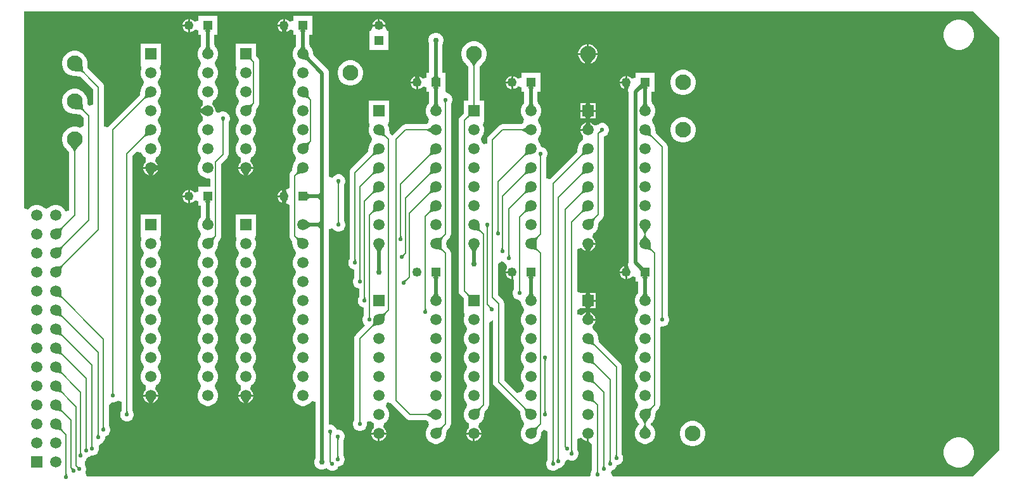
<source format=gtl>
G04*
G04 #@! TF.GenerationSoftware,Altium Limited,Altium Designer,21.0.9 (235)*
G04*
G04 Layer_Physical_Order=1*
G04 Layer_Color=255*
%FSLAX25Y25*%
%MOIN*%
G70*
G04*
G04 #@! TF.SameCoordinates,FB95D301-224C-4E96-9DF8-CBEBB5970212*
G04*
G04*
G04 #@! TF.FilePolarity,Positive*
G04*
G01*
G75*
%ADD15C,0.00800*%
%ADD25C,0.02000*%
%ADD26C,0.05906*%
%ADD27R,0.05906X0.05906*%
%ADD28C,0.04921*%
%ADD29R,0.04921X0.04921*%
%ADD30C,0.08268*%
%ADD31R,0.05906X0.05906*%
%ADD32C,0.05906*%
%ADD33R,0.04921X0.04921*%
%ADD34C,0.02200*%
%ADD35C,0.03000*%
G36*
X342420Y331571D02*
X341298Y330292D01*
X341023Y329915D01*
X340799Y329563D01*
X340624Y329236D01*
X340500Y328934D01*
X340425Y328657D01*
X340400Y328405D01*
X339600D01*
X339575Y328657D01*
X339500Y328934D01*
X339376Y329236D01*
X339201Y329563D01*
X338977Y329915D01*
X338702Y330292D01*
X338004Y331120D01*
X337580Y331571D01*
X337106Y332048D01*
X342894D01*
X342420Y331571D01*
D02*
G37*
G36*
X134135Y329287D02*
X134247Y327588D01*
X134319Y327128D01*
X134409Y326721D01*
X134517Y326366D01*
X134642Y326064D01*
X134785Y325816D01*
X134946Y325620D01*
X134380Y325054D01*
X134185Y325215D01*
X133936Y325358D01*
X133634Y325483D01*
X133279Y325591D01*
X132872Y325681D01*
X132412Y325753D01*
X131332Y325845D01*
X130713Y325865D01*
X130041Y325866D01*
X134134Y329959D01*
X134135Y329287D01*
D02*
G37*
G36*
X371810Y317531D02*
X371640Y317471D01*
X371490Y317371D01*
X371360Y317231D01*
X371250Y317051D01*
X371160Y316831D01*
X371090Y316571D01*
X371040Y316271D01*
X371010Y315931D01*
X371000Y315551D01*
X369000D01*
X368990Y315931D01*
X368960Y316271D01*
X368910Y316571D01*
X368840Y316831D01*
X368750Y317051D01*
X368640Y317231D01*
X368510Y317371D01*
X368360Y317471D01*
X368190Y317531D01*
X368000Y317551D01*
X372000D01*
X371810Y317531D01*
D02*
G37*
G36*
X169971Y312047D02*
X169520Y312045D01*
X168719Y311999D01*
X168369Y311954D01*
X168051Y311896D01*
X167767Y311824D01*
X167516Y311738D01*
X167298Y311638D01*
X167113Y311524D01*
X166961Y311396D01*
X166396Y311961D01*
X166524Y312113D01*
X166638Y312298D01*
X166738Y312516D01*
X166824Y312767D01*
X166896Y313051D01*
X166954Y313369D01*
X166999Y313719D01*
X167045Y314520D01*
X167047Y314970D01*
X169971Y312047D01*
D02*
G37*
G36*
X340404Y308587D02*
X340416Y308448D01*
X340436Y308327D01*
X340464Y308221D01*
X340500Y308132D01*
X340544Y308059D01*
X340596Y308002D01*
X340656Y307961D01*
X340724Y307937D01*
X340800Y307929D01*
X339200D01*
X339276Y307937D01*
X339344Y307961D01*
X339404Y308002D01*
X339456Y308059D01*
X339500Y308132D01*
X339536Y308221D01*
X339564Y308327D01*
X339584Y308448D01*
X339596Y308587D01*
X339600Y308741D01*
X340400D01*
X340404Y308587D01*
D02*
G37*
G36*
X371011Y309274D02*
X371043Y309006D01*
X371096Y308744D01*
X371171Y308489D01*
X371267Y308242D01*
X371384Y308001D01*
X371523Y307768D01*
X371683Y307541D01*
X371864Y307321D01*
X372067Y307109D01*
X367933D01*
X368136Y307321D01*
X368317Y307541D01*
X368477Y307768D01*
X368616Y308001D01*
X368733Y308242D01*
X368829Y308489D01*
X368904Y308744D01*
X368957Y309006D01*
X368989Y309274D01*
X369000Y309550D01*
X371000D01*
X371011Y309274D01*
D02*
G37*
G36*
X134135Y309287D02*
X134247Y307588D01*
X134319Y307128D01*
X134409Y306721D01*
X134517Y306366D01*
X134642Y306064D01*
X134785Y305816D01*
X134946Y305620D01*
X134380Y305054D01*
X134185Y305215D01*
X133936Y305358D01*
X133634Y305483D01*
X133279Y305591D01*
X132872Y305681D01*
X132412Y305753D01*
X131332Y305845D01*
X130713Y305865D01*
X130041Y305866D01*
X134134Y309959D01*
X134135Y309287D01*
D02*
G37*
G36*
X338191Y302059D02*
X338128Y302104D01*
X338055Y302127D01*
X337970D01*
X337874Y302104D01*
X337766Y302059D01*
X337648Y301991D01*
X337517Y301901D01*
X337376Y301788D01*
X337059Y301494D01*
X336494Y302059D01*
X336652Y302223D01*
X336901Y302518D01*
X336991Y302648D01*
X337059Y302766D01*
X337105Y302874D01*
X337127Y302970D01*
Y303055D01*
X337105Y303128D01*
X337059Y303191D01*
X338191Y302059D01*
D02*
G37*
G36*
X407489Y293900D02*
X407387Y293897D01*
X407287Y293887D01*
X407191Y293869D01*
X407097Y293843D01*
X407006Y293809D01*
X406917Y293768D01*
X406832Y293719D01*
X406749Y293662D01*
X406669Y293598D01*
X406592Y293526D01*
X406026Y294092D01*
X406098Y294169D01*
X406162Y294249D01*
X406219Y294332D01*
X406268Y294417D01*
X406309Y294506D01*
X406343Y294597D01*
X406369Y294691D01*
X406387Y294787D01*
X406397Y294887D01*
X406400Y294989D01*
X407489Y293900D01*
D02*
G37*
G36*
X367891Y292933D02*
X367571Y293250D01*
X366972Y293783D01*
X366693Y294000D01*
X366427Y294183D01*
X366175Y294333D01*
X365937Y294450D01*
X365712Y294533D01*
X365500Y294583D01*
X365303Y294600D01*
Y295400D01*
X365500Y295417D01*
X365712Y295467D01*
X365937Y295550D01*
X366175Y295667D01*
X366427Y295817D01*
X366693Y296000D01*
X366972Y296217D01*
X367571Y296750D01*
X367891Y297067D01*
Y292933D01*
D02*
G37*
G36*
X169971Y292047D02*
X169520Y292045D01*
X168719Y291999D01*
X168369Y291954D01*
X168051Y291896D01*
X167767Y291824D01*
X167516Y291738D01*
X167298Y291638D01*
X167113Y291524D01*
X166961Y291396D01*
X166396Y291961D01*
X166524Y292113D01*
X166638Y292298D01*
X166738Y292516D01*
X166824Y292767D01*
X166896Y293051D01*
X166954Y293369D01*
X166999Y293719D01*
X167045Y294520D01*
X167047Y294970D01*
X169971Y292047D01*
D02*
G37*
G36*
X132420Y286571D02*
X131298Y285292D01*
X131023Y284915D01*
X130799Y284563D01*
X130624Y284236D01*
X130500Y283934D01*
X130425Y283657D01*
X130400Y283405D01*
X129600D01*
X129575Y283657D01*
X129500Y283934D01*
X129376Y284236D01*
X129201Y284563D01*
X128977Y284915D01*
X128702Y285292D01*
X128004Y286120D01*
X127580Y286571D01*
X127106Y287048D01*
X132894D01*
X132420Y286571D01*
D02*
G37*
G36*
X399971Y282047D02*
X399520Y282045D01*
X398719Y281998D01*
X398369Y281954D01*
X398051Y281896D01*
X397767Y281824D01*
X397516Y281738D01*
X397298Y281638D01*
X397113Y281524D01*
X396961Y281396D01*
X396396Y281961D01*
X396524Y282113D01*
X396638Y282298D01*
X396738Y282516D01*
X396824Y282767D01*
X396896Y283051D01*
X396954Y283369D01*
X396999Y283719D01*
X397045Y284520D01*
X397047Y284970D01*
X399971Y282047D01*
D02*
G37*
G36*
X369970D02*
X369520Y282045D01*
X368719Y281998D01*
X368369Y281954D01*
X368051Y281896D01*
X367767Y281824D01*
X367516Y281738D01*
X367298Y281638D01*
X367113Y281524D01*
X366961Y281396D01*
X366396Y281961D01*
X366524Y282113D01*
X366638Y282298D01*
X366738Y282516D01*
X366824Y282767D01*
X366896Y283051D01*
X366954Y283369D01*
X366999Y283719D01*
X367045Y284520D01*
X367047Y284970D01*
X369970Y282047D01*
D02*
G37*
G36*
X375700Y281640D02*
X375637Y281562D01*
X375581Y281481D01*
X375533Y281397D01*
X375493Y281308D01*
X375459Y281217D01*
X375433Y281121D01*
X375415Y281023D01*
X375404Y280921D01*
X375400Y280815D01*
X374600D01*
X374596Y280921D01*
X374585Y281023D01*
X374567Y281121D01*
X374541Y281217D01*
X374507Y281308D01*
X374467Y281397D01*
X374419Y281481D01*
X374363Y281562D01*
X374300Y281640D01*
X374230Y281714D01*
X375770D01*
X375700Y281640D01*
D02*
G37*
G36*
X399971Y272047D02*
X399520Y272045D01*
X398719Y271999D01*
X398369Y271954D01*
X398051Y271896D01*
X397767Y271824D01*
X397516Y271738D01*
X397298Y271638D01*
X397113Y271524D01*
X396961Y271396D01*
X396396Y271961D01*
X396524Y272113D01*
X396638Y272298D01*
X396738Y272516D01*
X396824Y272767D01*
X396896Y273051D01*
X396954Y273369D01*
X396999Y273719D01*
X397045Y274520D01*
X397047Y274971D01*
X399971Y272047D01*
D02*
G37*
G36*
X369970D02*
X369520Y272045D01*
X368719Y271999D01*
X368369Y271954D01*
X368051Y271896D01*
X367767Y271824D01*
X367516Y271738D01*
X367298Y271638D01*
X367113Y271524D01*
X366961Y271396D01*
X366396Y271961D01*
X366524Y272113D01*
X366638Y272298D01*
X366738Y272516D01*
X366824Y272767D01*
X366896Y273051D01*
X366954Y273369D01*
X366999Y273719D01*
X367045Y274520D01*
X367047Y274971D01*
X369970Y272047D01*
D02*
G37*
G36*
X399971Y262047D02*
X399520Y262045D01*
X398719Y261999D01*
X398369Y261954D01*
X398051Y261896D01*
X397767Y261824D01*
X397516Y261738D01*
X397298Y261638D01*
X397113Y261524D01*
X396961Y261396D01*
X396396Y261961D01*
X396524Y262113D01*
X396638Y262298D01*
X396738Y262516D01*
X396824Y262767D01*
X396896Y263051D01*
X396954Y263369D01*
X396999Y263719D01*
X397045Y264520D01*
X397047Y264970D01*
X399971Y262047D01*
D02*
G37*
G36*
X369970D02*
X369520Y262045D01*
X368719Y261999D01*
X368369Y261954D01*
X368051Y261896D01*
X367767Y261824D01*
X367516Y261738D01*
X367298Y261638D01*
X367113Y261524D01*
X366961Y261396D01*
X366396Y261961D01*
X366524Y262113D01*
X366638Y262298D01*
X366738Y262516D01*
X366824Y262767D01*
X366896Y263051D01*
X366954Y263369D01*
X366999Y263719D01*
X367045Y264520D01*
X367047Y264970D01*
X369970Y262047D01*
D02*
G37*
G36*
X399971Y252047D02*
X399520Y252045D01*
X398719Y251998D01*
X398369Y251954D01*
X398051Y251896D01*
X397767Y251824D01*
X397516Y251738D01*
X397298Y251638D01*
X397113Y251524D01*
X396961Y251396D01*
X396396Y251961D01*
X396524Y252113D01*
X396638Y252298D01*
X396738Y252516D01*
X396824Y252767D01*
X396896Y253051D01*
X396954Y253369D01*
X396999Y253719D01*
X397045Y254520D01*
X397047Y254971D01*
X399971Y252047D01*
D02*
G37*
G36*
X369970D02*
X369520Y252045D01*
X368719Y251998D01*
X368369Y251954D01*
X368051Y251896D01*
X367767Y251824D01*
X367516Y251738D01*
X367298Y251638D01*
X367113Y251524D01*
X366961Y251396D01*
X366396Y251961D01*
X366524Y252113D01*
X366638Y252298D01*
X366738Y252516D01*
X366824Y252767D01*
X366896Y253051D01*
X366954Y253369D01*
X366999Y253719D01*
X367045Y254520D01*
X367047Y254971D01*
X369970Y252047D01*
D02*
G37*
G36*
X403604Y248039D02*
X403476Y247887D01*
X403362Y247702D01*
X403262Y247484D01*
X403176Y247233D01*
X403104Y246949D01*
X403046Y246631D01*
X403001Y246281D01*
X402955Y245480D01*
X402953Y245029D01*
X400030Y247953D01*
X400480Y247955D01*
X401281Y248002D01*
X401631Y248046D01*
X401949Y248104D01*
X402233Y248176D01*
X402484Y248262D01*
X402702Y248362D01*
X402887Y248476D01*
X403039Y248604D01*
X403604Y248039D01*
D02*
G37*
G36*
X347700Y244140D02*
X347637Y244062D01*
X347581Y243981D01*
X347533Y243897D01*
X347493Y243808D01*
X347459Y243717D01*
X347433Y243621D01*
X347415Y243523D01*
X347404Y243421D01*
X347400Y243315D01*
X346600D01*
X346596Y243421D01*
X346585Y243523D01*
X346567Y243621D01*
X346541Y243717D01*
X346508Y243808D01*
X346467Y243897D01*
X346419Y243981D01*
X346363Y244062D01*
X346300Y244140D01*
X346230Y244214D01*
X347770D01*
X347700Y244140D01*
D02*
G37*
G36*
X342955Y244520D02*
X343002Y243719D01*
X343046Y243369D01*
X343104Y243051D01*
X343176Y242767D01*
X343262Y242516D01*
X343362Y242298D01*
X343476Y242113D01*
X343604Y241961D01*
X343039Y241396D01*
X342887Y241524D01*
X342702Y241638D01*
X342484Y241738D01*
X342233Y241824D01*
X341949Y241896D01*
X341631Y241954D01*
X341281Y241999D01*
X340480Y242045D01*
X340030Y242047D01*
X342953Y244970D01*
X342955Y244520D01*
D02*
G37*
G36*
X353027Y242079D02*
X353038Y241977D01*
X353057Y241879D01*
X353083Y241783D01*
X353116Y241692D01*
X353157Y241603D01*
X353205Y241519D01*
X353260Y241438D01*
X353323Y241360D01*
X353394Y241286D01*
X351854D01*
X351924Y241360D01*
X351987Y241438D01*
X352042Y241519D01*
X352090Y241603D01*
X352131Y241692D01*
X352164Y241783D01*
X352190Y241879D01*
X352209Y241977D01*
X352220Y242079D01*
X352224Y242185D01*
X353024D01*
X353027Y242079D01*
D02*
G37*
G36*
X123604Y243039D02*
X123476Y242887D01*
X123362Y242702D01*
X123262Y242484D01*
X123176Y242233D01*
X123104Y241949D01*
X123046Y241631D01*
X123001Y241281D01*
X122955Y240480D01*
X122953Y240030D01*
X120029Y242953D01*
X120480Y242955D01*
X121281Y243002D01*
X121631Y243046D01*
X121949Y243104D01*
X122233Y243176D01*
X122484Y243262D01*
X122702Y243362D01*
X122887Y243476D01*
X123039Y243604D01*
X123604Y243039D01*
D02*
G37*
G36*
X373604Y238039D02*
X373476Y237887D01*
X373362Y237702D01*
X373262Y237484D01*
X373176Y237233D01*
X373104Y236949D01*
X373046Y236631D01*
X373002Y236281D01*
X372955Y235480D01*
X372953Y235030D01*
X370029Y237953D01*
X370480Y237955D01*
X371281Y238001D01*
X371631Y238046D01*
X371949Y238104D01*
X372233Y238176D01*
X372484Y238262D01*
X372702Y238362D01*
X372887Y238476D01*
X373039Y238604D01*
X373604Y238039D01*
D02*
G37*
G36*
X355327Y232503D02*
X355338Y232401D01*
X355357Y232302D01*
X355383Y232207D01*
X355416Y232115D01*
X355457Y232027D01*
X355505Y231942D01*
X355560Y231861D01*
X355623Y231784D01*
X355694Y231709D01*
X354154D01*
X354224Y231784D01*
X354287Y231861D01*
X354342Y231942D01*
X354390Y232027D01*
X354431Y232115D01*
X354464Y232207D01*
X354490Y232302D01*
X354509Y232401D01*
X354520Y232503D01*
X354524Y232608D01*
X355324D01*
X355327Y232503D01*
D02*
G37*
G36*
X372955Y234520D02*
X373002Y233719D01*
X373046Y233369D01*
X373104Y233051D01*
X373176Y232767D01*
X373262Y232516D01*
X373362Y232298D01*
X373476Y232113D01*
X373604Y231961D01*
X373039Y231396D01*
X372887Y231524D01*
X372702Y231638D01*
X372484Y231738D01*
X372233Y231824D01*
X371949Y231896D01*
X371631Y231954D01*
X371281Y231998D01*
X370480Y232045D01*
X370029Y232047D01*
X372953Y234970D01*
X372955Y234520D01*
D02*
G37*
G36*
X616470Y343538D02*
X616470Y126462D01*
X602557Y112549D01*
X413384D01*
X412870Y113002D01*
X412185Y114514D01*
X412852Y115609D01*
X412990Y115645D01*
X413810Y116119D01*
X414481Y116790D01*
X414955Y117610D01*
X415166Y118400D01*
X415374D01*
X416290Y118645D01*
X417110Y119119D01*
X417781Y119790D01*
X418255Y120610D01*
X418500Y121526D01*
Y122474D01*
X418255Y123390D01*
X417825Y124134D01*
Y170100D01*
X417725Y170857D01*
X417433Y171563D01*
X416968Y172168D01*
X405614Y183523D01*
X405596Y183595D01*
X405566Y183758D01*
X405541Y183953D01*
X405504Y184601D01*
X405502Y184984D01*
X405453Y185222D01*
Y185718D01*
X405081Y187105D01*
X404363Y188348D01*
X403348Y189363D01*
X402745Y189711D01*
X402485Y191450D01*
X402485Y191546D01*
X402607Y192017D01*
X403163Y192573D01*
X403683Y193474D01*
X403953Y194480D01*
Y194500D01*
X400000D01*
Y195000D01*
X399500D01*
Y197109D01*
X397933D01*
X398136Y197321D01*
X398317Y197541D01*
X398477Y197768D01*
X398616Y198001D01*
X398733Y198242D01*
X398829Y198489D01*
X398904Y198744D01*
X398916Y198802D01*
X398474Y198683D01*
X397573Y198163D01*
X396837Y197427D01*
X394684Y197645D01*
X394425Y197805D01*
Y200135D01*
X396047Y201047D01*
X396425Y201047D01*
X398915D01*
X398910Y201079D01*
X398840Y201339D01*
X398750Y201559D01*
X398640Y201739D01*
X398510Y201879D01*
X398360Y201979D01*
X398190Y202039D01*
X398000Y202059D01*
X399500D01*
Y205000D01*
Y207929D01*
X398000D01*
X398190Y207949D01*
X398360Y208009D01*
X398510Y208110D01*
X398640Y208251D01*
X398750Y208432D01*
X398840Y208653D01*
X398910Y208915D01*
X398916Y208953D01*
X396425D01*
X396047Y208953D01*
X394425Y209865D01*
Y232195D01*
X394684Y232355D01*
X396837Y232573D01*
X397573Y231837D01*
X398474Y231317D01*
X398916Y231198D01*
X398904Y231256D01*
X398829Y231510D01*
X398733Y231758D01*
X398616Y231999D01*
X398477Y232232D01*
X398317Y232459D01*
X398136Y232679D01*
X397933Y232891D01*
X399500D01*
Y235000D01*
X400000D01*
Y235500D01*
X403953D01*
Y235520D01*
X403683Y236526D01*
X403163Y237427D01*
X402607Y237983D01*
X402485Y238454D01*
X402485Y238550D01*
X402745Y240289D01*
X403348Y240637D01*
X404363Y241652D01*
X405081Y242895D01*
X405453Y244282D01*
Y244777D01*
X405502Y245016D01*
X405504Y245399D01*
X405541Y246047D01*
X405566Y246242D01*
X405596Y246405D01*
X405614Y246477D01*
X407568Y248432D01*
X408033Y249038D01*
X408325Y249743D01*
X408425Y250500D01*
Y291521D01*
X408890Y291645D01*
X409711Y292119D01*
X410381Y292790D01*
X410855Y293610D01*
X411100Y294526D01*
Y295474D01*
X410855Y296390D01*
X410381Y297210D01*
X409711Y297881D01*
X408890Y298355D01*
X407974Y298600D01*
X407026D01*
X406110Y298355D01*
X405290Y297881D01*
X405239Y297831D01*
X403708Y297533D01*
X402701Y297889D01*
X402427Y298163D01*
X401526Y298683D01*
X401084Y298802D01*
X401096Y298744D01*
X401171Y298489D01*
X401267Y298242D01*
X401384Y298001D01*
X401523Y297768D01*
X401683Y297541D01*
X401864Y297321D01*
X402067Y297109D01*
X400500D01*
Y295000D01*
X400000D01*
Y294500D01*
X396047D01*
Y294480D01*
X396317Y293474D01*
X396837Y292573D01*
X397393Y292017D01*
X397515Y291546D01*
X397515Y291450D01*
X397255Y289711D01*
X396652Y289363D01*
X395637Y288348D01*
X394919Y287105D01*
X394547Y285718D01*
Y285223D01*
X394498Y284984D01*
X394496Y284601D01*
X394459Y283953D01*
X394434Y283758D01*
X394404Y283595D01*
X394386Y283523D01*
X379925Y269062D01*
X378447Y269473D01*
X377925Y269860D01*
Y280366D01*
X378355Y281110D01*
X378600Y282026D01*
Y282974D01*
X378355Y283890D01*
X377881Y284710D01*
X377210Y285381D01*
X376390Y285855D01*
X375474Y286100D01*
X375350D01*
X375081Y287105D01*
X374363Y288348D01*
X374005Y288706D01*
X373565Y290000D01*
X374005Y291294D01*
X374363Y291652D01*
X375081Y292895D01*
X375453Y294282D01*
Y295718D01*
X375081Y297105D01*
X374363Y298348D01*
X374005Y298707D01*
X373565Y300000D01*
X374005Y301293D01*
X374363Y301652D01*
X375081Y302895D01*
X375453Y304282D01*
Y305718D01*
X375081Y307105D01*
X374363Y308348D01*
X374030Y308682D01*
X373912Y308868D01*
X373772Y309014D01*
X373710Y309090D01*
X373663Y309156D01*
X373629Y309213D01*
X373605Y309263D01*
X373586Y309311D01*
X373572Y309359D01*
X373561Y309412D01*
X373554Y309475D01*
X373547Y309648D01*
X373530Y309719D01*
Y315039D01*
X374961D01*
Y324961D01*
X365039D01*
Y322466D01*
X363039Y321930D01*
X362927Y322125D01*
X362282Y322769D01*
X361493Y323225D01*
X360658Y323449D01*
Y320000D01*
Y316551D01*
X361493Y316775D01*
X362282Y317231D01*
X362927Y317875D01*
X363039Y318070D01*
X365039Y317534D01*
Y315039D01*
X366470D01*
Y309719D01*
X366453Y309648D01*
X366446Y309475D01*
X366439Y309412D01*
X366428Y309359D01*
X366414Y309311D01*
X366395Y309263D01*
X366371Y309213D01*
X366337Y309156D01*
X366290Y309090D01*
X366228Y309014D01*
X366088Y308868D01*
X365970Y308682D01*
X365637Y308348D01*
X364919Y307105D01*
X364547Y305718D01*
Y304282D01*
X364919Y302895D01*
X365637Y301652D01*
X365995Y301293D01*
X366306Y300381D01*
X366155Y299286D01*
X365950Y298732D01*
X365826Y298609D01*
X365341Y298178D01*
X365186Y298058D01*
X365050Y297963D01*
X364986Y297925D01*
X355000D01*
X354243Y297825D01*
X353538Y297533D01*
X352932Y297068D01*
X347732Y291868D01*
X347267Y291263D01*
X346975Y290557D01*
X346875Y289800D01*
Y287802D01*
X346323Y287587D01*
X344875Y287462D01*
X344363Y288348D01*
X344005Y288706D01*
X343565Y290000D01*
X344005Y291294D01*
X344363Y291652D01*
X345081Y292895D01*
X345453Y294282D01*
Y295718D01*
X345081Y297105D01*
X344826Y297547D01*
X345453Y299547D01*
X345453D01*
Y310453D01*
X342925D01*
Y328116D01*
X342937Y328154D01*
X342937Y328155D01*
X343001Y328275D01*
X343130Y328478D01*
X343290Y328698D01*
X344284Y329831D01*
X344701Y330250D01*
X344837Y330456D01*
X345153Y330771D01*
X345879Y331858D01*
X346379Y333065D01*
X346634Y334347D01*
Y335653D01*
X346379Y336935D01*
X345879Y338142D01*
X345153Y339229D01*
X344229Y340153D01*
X343142Y340879D01*
X341935Y341379D01*
X340653Y341634D01*
X339347D01*
X338065Y341379D01*
X336858Y340879D01*
X335771Y340153D01*
X334847Y339229D01*
X334121Y338142D01*
X333621Y336935D01*
X333366Y335653D01*
Y334347D01*
X333621Y333065D01*
X334121Y331858D01*
X334847Y330771D01*
X335163Y330456D01*
X335299Y330250D01*
X335747Y329800D01*
X336099Y329425D01*
X336695Y328718D01*
X336870Y328478D01*
X336999Y328275D01*
X337063Y328155D01*
X337063Y328154D01*
X337075Y328116D01*
Y310453D01*
X334547D01*
Y303684D01*
X332932Y302068D01*
X332467Y301463D01*
X332175Y300757D01*
X332075Y300000D01*
Y210000D01*
X332175Y209243D01*
X332467Y208538D01*
X332932Y207932D01*
X334547Y206316D01*
Y199547D01*
X334547Y199547D01*
X335174Y197547D01*
X334919Y197105D01*
X334547Y195718D01*
Y194282D01*
X334919Y192895D01*
X335637Y191652D01*
X335995Y191294D01*
X336435Y190000D01*
X335995Y188707D01*
X335637Y188348D01*
X334919Y187105D01*
X334547Y185718D01*
Y184282D01*
X334919Y182895D01*
X335637Y181652D01*
X335995Y181293D01*
X336435Y180000D01*
X335995Y178707D01*
X335637Y178348D01*
X334919Y177105D01*
X334547Y175718D01*
Y174282D01*
X334919Y172895D01*
X335637Y171652D01*
X335995Y171293D01*
X336435Y170000D01*
X335995Y168707D01*
X335637Y168348D01*
X334919Y167105D01*
X334547Y165718D01*
Y164282D01*
X334919Y162895D01*
X335637Y161652D01*
X335995Y161293D01*
X336435Y160000D01*
X335995Y158706D01*
X335637Y158348D01*
X334919Y157105D01*
X334547Y155718D01*
Y154282D01*
X334919Y152895D01*
X335637Y151652D01*
X335995Y151294D01*
X336435Y150000D01*
X335995Y148706D01*
X335637Y148348D01*
X334919Y147105D01*
X334547Y145718D01*
Y144282D01*
X334919Y142895D01*
X335637Y141652D01*
X336652Y140637D01*
X337255Y140289D01*
X337515Y138550D01*
X337515Y138454D01*
X337393Y137983D01*
X336837Y137427D01*
X336317Y136526D01*
X336047Y135520D01*
Y135500D01*
X343953D01*
Y135520D01*
X343683Y136526D01*
X343163Y137427D01*
X342607Y137983D01*
X342485Y138454D01*
X342485Y138550D01*
X342745Y140289D01*
X343348Y140637D01*
X344363Y141652D01*
X345081Y142895D01*
X345453Y144282D01*
Y144778D01*
X345501Y145016D01*
X345503Y145399D01*
X345541Y146047D01*
X345566Y146242D01*
X345596Y146405D01*
X345614Y146477D01*
X347068Y147932D01*
X347533Y148538D01*
X347825Y149243D01*
X347925Y150000D01*
Y193329D01*
X349925Y194839D01*
X350075Y194797D01*
Y162000D01*
X350175Y161243D01*
X350467Y160538D01*
X350932Y159932D01*
X364386Y146477D01*
X364404Y146405D01*
X364434Y146242D01*
X364459Y146047D01*
X364496Y145399D01*
X364498Y145016D01*
X364547Y144778D01*
Y144282D01*
X364919Y142895D01*
X365637Y141652D01*
X365995Y141294D01*
X366435Y140000D01*
X365995Y138707D01*
X365637Y138348D01*
X364919Y137105D01*
X364547Y135718D01*
Y134282D01*
X364919Y132895D01*
X365637Y131652D01*
X366652Y130637D01*
X367895Y129919D01*
X369282Y129547D01*
X370718D01*
X372105Y129919D01*
X373348Y130637D01*
X374363Y131652D01*
X375081Y132895D01*
X375453Y134282D01*
Y134777D01*
X375501Y135016D01*
X375503Y135399D01*
X375541Y136047D01*
X375545Y136076D01*
X376493Y136853D01*
X376769Y137035D01*
X376805Y137054D01*
X378675Y136045D01*
Y121134D01*
X378245Y120390D01*
X378000Y119474D01*
Y118526D01*
X378245Y117610D01*
X378719Y116790D01*
X379390Y116119D01*
X380210Y115645D01*
X381126Y115400D01*
X382074D01*
X382990Y115645D01*
X383810Y116119D01*
X384481Y116790D01*
X384544Y116900D01*
X384785D01*
X385700Y117145D01*
X386521Y117619D01*
X387191Y118290D01*
X387665Y119110D01*
X387911Y120026D01*
Y120191D01*
X388284Y120578D01*
X389614Y121277D01*
X389819Y121314D01*
X390110Y121145D01*
X391026Y120900D01*
X391974D01*
X392890Y121145D01*
X393710Y121619D01*
X394381Y122290D01*
X394855Y123110D01*
X395100Y124026D01*
Y124974D01*
X394855Y125890D01*
X394425Y126634D01*
Y132195D01*
X394684Y132355D01*
X396837Y132573D01*
X397573Y131837D01*
X398474Y131317D01*
X399480Y131047D01*
X399500D01*
Y135000D01*
X400500D01*
Y131047D01*
X400520D01*
X402075Y129409D01*
Y115634D01*
X401645Y114890D01*
X401400Y113974D01*
Y113026D01*
X401034Y112549D01*
X136669D01*
X136190Y113121D01*
X135646Y114549D01*
X135855Y114910D01*
X136100Y115826D01*
Y116774D01*
X135855Y117690D01*
X135447Y118395D01*
X135381Y118511D01*
X135347Y120237D01*
X135735Y120880D01*
X136012Y121158D01*
X136486Y121979D01*
X136609Y122436D01*
X137390Y122645D01*
X138210Y123119D01*
X138498Y123407D01*
X138526Y123400D01*
X139474D01*
X140390Y123645D01*
X141210Y124119D01*
X141881Y124790D01*
X142355Y125610D01*
X142600Y126526D01*
Y127474D01*
X142712Y128709D01*
X143877Y129753D01*
X144510Y130119D01*
X145181Y130790D01*
X145655Y131610D01*
X145900Y132526D01*
Y133474D01*
X145897Y133486D01*
X146490Y133645D01*
X147310Y134119D01*
X147981Y134790D01*
X148455Y135610D01*
X148700Y136526D01*
Y137474D01*
X148455Y138390D01*
X148025Y139134D01*
Y149766D01*
X149526Y151400D01*
X150474D01*
X151390Y151645D01*
X152210Y152119D01*
X152575Y152484D01*
X153831Y152212D01*
X154575Y151760D01*
Y147134D01*
X154145Y146390D01*
X153900Y145474D01*
Y144526D01*
X154145Y143610D01*
X154619Y142790D01*
X155290Y142119D01*
X156110Y141645D01*
X157026Y141400D01*
X157974D01*
X158890Y141645D01*
X159710Y142119D01*
X160381Y142790D01*
X160855Y143610D01*
X161100Y144526D01*
Y145474D01*
X160855Y146390D01*
X160425Y147134D01*
Y281288D01*
X162676Y283539D01*
X164907Y282941D01*
X164919Y282895D01*
X165637Y281652D01*
X166652Y280637D01*
X167255Y280289D01*
X167515Y278550D01*
X167515Y278454D01*
X167393Y277983D01*
X166837Y277427D01*
X166317Y276526D01*
X166047Y275520D01*
Y275500D01*
X172109D01*
Y277067D01*
X172321Y276864D01*
X172541Y276683D01*
X172768Y276523D01*
X173001Y276384D01*
X173242Y276267D01*
X173489Y276171D01*
X173744Y276096D01*
X173802Y276084D01*
X173683Y276526D01*
X173163Y277427D01*
X172607Y277983D01*
X172485Y278454D01*
X172485Y278550D01*
X172745Y280289D01*
X173348Y280637D01*
X174363Y281652D01*
X175081Y282895D01*
X175453Y284282D01*
Y285718D01*
X175081Y287105D01*
X174363Y288348D01*
X174005Y288706D01*
X173565Y290000D01*
X174005Y291294D01*
X174363Y291652D01*
X175081Y292895D01*
X175453Y294282D01*
Y295718D01*
X175081Y297105D01*
X174363Y298348D01*
X174005Y298707D01*
X173565Y300000D01*
X174005Y301293D01*
X174363Y301652D01*
X175081Y302895D01*
X175453Y304282D01*
Y305718D01*
X175081Y307105D01*
X174363Y308348D01*
X174005Y308706D01*
X173565Y310000D01*
X174005Y311294D01*
X174363Y311652D01*
X175081Y312895D01*
X175453Y314282D01*
Y315718D01*
X175081Y317105D01*
X174363Y318348D01*
X174005Y318706D01*
X173565Y320000D01*
X174005Y321293D01*
X174363Y321652D01*
X175081Y322895D01*
X175453Y324282D01*
Y325718D01*
X175081Y327105D01*
X174826Y327547D01*
X175453Y329547D01*
X175453D01*
Y340453D01*
X164547D01*
Y329547D01*
X164547Y329547D01*
X165174Y327547D01*
X164919Y327105D01*
X164547Y325718D01*
Y324282D01*
X164919Y322895D01*
X165637Y321652D01*
X165995Y321293D01*
X166435Y320000D01*
X165995Y318706D01*
X165637Y318348D01*
X164919Y317105D01*
X164547Y315718D01*
Y315223D01*
X164498Y314984D01*
X164497Y314601D01*
X164459Y313953D01*
X164434Y313758D01*
X164404Y313595D01*
X164386Y313523D01*
X147932Y297068D01*
X147467Y296462D01*
X147425Y296361D01*
X145425Y296759D01*
Y317500D01*
X145325Y318257D01*
X145033Y318963D01*
X144568Y319568D01*
X136936Y327201D01*
X136917Y327236D01*
X136917Y327237D01*
X136877Y327367D01*
X136825Y327602D01*
X136783Y327870D01*
X136684Y329374D01*
X136683Y329966D01*
X136634Y330207D01*
Y330653D01*
X136379Y331935D01*
X135879Y333142D01*
X135153Y334229D01*
X134229Y335153D01*
X133142Y335879D01*
X131935Y336379D01*
X130653Y336634D01*
X129347D01*
X128065Y336379D01*
X126858Y335879D01*
X125771Y335153D01*
X124847Y334229D01*
X124121Y333142D01*
X123621Y331935D01*
X123366Y330653D01*
Y329347D01*
X123621Y328065D01*
X124121Y326858D01*
X124847Y325771D01*
X125771Y324847D01*
X126858Y324121D01*
X128065Y323621D01*
X129347Y323366D01*
X129793D01*
X130034Y323317D01*
X130670Y323316D01*
X131184Y323299D01*
X132105Y323221D01*
X132398Y323175D01*
X132633Y323123D01*
X132764Y323083D01*
X132764Y323083D01*
X132799Y323064D01*
X139575Y316288D01*
Y308717D01*
X139243Y308248D01*
X139072Y308087D01*
X137575Y307632D01*
X136751Y308351D01*
X136684Y309374D01*
X136683Y309966D01*
X136634Y310207D01*
Y310653D01*
X136379Y311935D01*
X135879Y313142D01*
X135153Y314229D01*
X134229Y315153D01*
X133142Y315879D01*
X131935Y316379D01*
X130653Y316634D01*
X129347D01*
X128065Y316379D01*
X126858Y315879D01*
X125771Y315153D01*
X124847Y314229D01*
X124121Y313142D01*
X123621Y311935D01*
X123366Y310653D01*
Y309347D01*
X123621Y308065D01*
X124121Y306858D01*
X124847Y305771D01*
X125771Y304847D01*
X126858Y304121D01*
X128065Y303621D01*
X129347Y303366D01*
X129793D01*
X130034Y303317D01*
X130670Y303316D01*
X131184Y303299D01*
X132105Y303221D01*
X132398Y303175D01*
X132633Y303123D01*
X132764Y303083D01*
X132764Y303083D01*
X132799Y303064D01*
X134575Y301288D01*
Y297327D01*
X134078Y296824D01*
X132575Y296114D01*
X131935Y296379D01*
X130653Y296634D01*
X129347D01*
X128065Y296379D01*
X126858Y295879D01*
X125771Y295153D01*
X124847Y294229D01*
X124121Y293142D01*
X123621Y291935D01*
X123366Y290653D01*
Y289347D01*
X123621Y288065D01*
X124121Y286858D01*
X124847Y285771D01*
X125163Y285456D01*
X125299Y285250D01*
X125747Y284800D01*
X126099Y284425D01*
X126695Y283718D01*
X126870Y283478D01*
X126999Y283275D01*
X127063Y283155D01*
X127063Y283154D01*
X127075Y283116D01*
Y252391D01*
X125081Y252105D01*
X124363Y253348D01*
X123348Y254363D01*
X122105Y255081D01*
X120718Y255453D01*
X119282D01*
X117895Y255081D01*
X116652Y254363D01*
X116294Y254005D01*
X115000Y253565D01*
X113707Y254005D01*
X113348Y254363D01*
X112105Y255081D01*
X110718Y255453D01*
X109282D01*
X107895Y255081D01*
X106652Y254363D01*
X105637Y253348D01*
X105530Y253164D01*
X103530Y253699D01*
X103530Y357451D01*
X602557D01*
X616470Y343538D01*
D02*
G37*
G36*
X341864Y232679D02*
X341683Y232459D01*
X341523Y232232D01*
X341384Y231999D01*
X341267Y231758D01*
X341171Y231510D01*
X341096Y231256D01*
X341043Y230994D01*
X341011Y230726D01*
X341000Y230450D01*
X339000D01*
X338989Y230726D01*
X338957Y230994D01*
X338904Y231256D01*
X338829Y231510D01*
X338733Y231758D01*
X338616Y231999D01*
X338477Y232232D01*
X338317Y232459D01*
X338136Y232679D01*
X337933Y232891D01*
X342067D01*
X341864Y232679D01*
D02*
G37*
G36*
X123604Y233039D02*
X123476Y232887D01*
X123362Y232702D01*
X123262Y232484D01*
X123176Y232233D01*
X123104Y231949D01*
X123046Y231631D01*
X123001Y231281D01*
X122955Y230480D01*
X122953Y230030D01*
X120029Y232953D01*
X120480Y232955D01*
X121281Y233001D01*
X121631Y233046D01*
X121949Y233104D01*
X122233Y233176D01*
X122484Y233262D01*
X122702Y233362D01*
X122887Y233476D01*
X123039Y233604D01*
X123604Y233039D01*
D02*
G37*
G36*
X358904Y229079D02*
X358915Y228977D01*
X358933Y228878D01*
X358959Y228783D01*
X358993Y228692D01*
X359033Y228604D01*
X359081Y228519D01*
X359137Y228438D01*
X359200Y228360D01*
X359270Y228286D01*
X357730D01*
X357800Y228360D01*
X357863Y228438D01*
X357919Y228519D01*
X357967Y228604D01*
X358008Y228692D01*
X358041Y228783D01*
X358067Y228878D01*
X358085Y228977D01*
X358096Y229079D01*
X358100Y229185D01*
X358900D01*
X358904Y229079D01*
D02*
G37*
G36*
X341050Y225332D02*
X338950D01*
X338960Y225350D01*
X338968Y225385D01*
X338976Y225438D01*
X338987Y225593D01*
X339000Y226108D01*
X339000Y226279D01*
X341000D01*
X341050Y225332D01*
D02*
G37*
G36*
X123604Y223039D02*
X123476Y222887D01*
X123362Y222702D01*
X123262Y222484D01*
X123176Y222233D01*
X123104Y221949D01*
X123046Y221631D01*
X123001Y221281D01*
X122955Y220480D01*
X122953Y220029D01*
X120029Y222953D01*
X120480Y222955D01*
X121281Y223002D01*
X121631Y223046D01*
X121949Y223104D01*
X122233Y223176D01*
X122484Y223262D01*
X122702Y223362D01*
X122887Y223476D01*
X123039Y223604D01*
X123604Y223039D01*
D02*
G37*
G36*
X371810Y217531D02*
X371640Y217471D01*
X371490Y217371D01*
X371360Y217231D01*
X371250Y217051D01*
X371160Y216831D01*
X371090Y216571D01*
X371040Y216271D01*
X371010Y215931D01*
X371000Y215551D01*
X369000D01*
X368990Y215931D01*
X368960Y216271D01*
X368910Y216571D01*
X368840Y216831D01*
X368750Y217051D01*
X368640Y217231D01*
X368510Y217371D01*
X368360Y217471D01*
X368190Y217531D01*
X368000Y217551D01*
X372000D01*
X371810Y217531D01*
D02*
G37*
G36*
X364404Y210579D02*
X364415Y210477D01*
X364433Y210379D01*
X364459Y210283D01*
X364493Y210192D01*
X364533Y210104D01*
X364581Y210019D01*
X364637Y209938D01*
X364700Y209860D01*
X364770Y209786D01*
X363230D01*
X363300Y209860D01*
X363363Y209938D01*
X363419Y210019D01*
X363467Y210104D01*
X363508Y210192D01*
X363541Y210283D01*
X363567Y210379D01*
X363585Y210477D01*
X363596Y210579D01*
X363600Y210685D01*
X364400D01*
X364404Y210579D01*
D02*
G37*
G36*
X371011Y209274D02*
X371043Y209006D01*
X371096Y208744D01*
X371171Y208489D01*
X371267Y208242D01*
X371384Y208001D01*
X371523Y207768D01*
X371683Y207541D01*
X371864Y207321D01*
X372067Y207109D01*
X367933D01*
X368136Y207321D01*
X368317Y207541D01*
X368477Y207768D01*
X368616Y208001D01*
X368733Y208242D01*
X368829Y208489D01*
X368904Y208744D01*
X368957Y209006D01*
X368989Y209274D01*
X369000Y209550D01*
X371000D01*
X371011Y209274D01*
D02*
G37*
G36*
X337224Y208347D02*
X337520Y208096D01*
X337650Y208004D01*
X337769Y207935D01*
X337877Y207888D01*
X337972Y207864D01*
X338057Y207863D01*
X338129Y207885D01*
X338191Y207929D01*
X337071Y206809D01*
X337115Y206871D01*
X337137Y206943D01*
X337136Y207028D01*
X337112Y207123D01*
X337065Y207231D01*
X336996Y207350D01*
X336905Y207480D01*
X336790Y207622D01*
X336494Y207941D01*
X337059Y208506D01*
X337224Y208347D01*
D02*
G37*
G36*
X122955Y209520D02*
X123001Y208719D01*
X123046Y208369D01*
X123104Y208051D01*
X123176Y207767D01*
X123262Y207516D01*
X123362Y207298D01*
X123476Y207113D01*
X123604Y206961D01*
X123039Y206396D01*
X122887Y206524D01*
X122702Y206638D01*
X122484Y206738D01*
X122233Y206824D01*
X121949Y206896D01*
X121631Y206954D01*
X121281Y206998D01*
X120480Y207045D01*
X120029Y207047D01*
X122953Y209970D01*
X122955Y209520D01*
D02*
G37*
G36*
X348669Y201902D02*
X348749Y201838D01*
X348832Y201781D01*
X348917Y201732D01*
X349006Y201691D01*
X349097Y201657D01*
X349191Y201631D01*
X349287Y201613D01*
X349387Y201603D01*
X349489Y201600D01*
X348400Y200511D01*
X348397Y200613D01*
X348387Y200713D01*
X348369Y200809D01*
X348343Y200903D01*
X348309Y200994D01*
X348268Y201083D01*
X348219Y201168D01*
X348162Y201251D01*
X348098Y201331D01*
X348026Y201408D01*
X348592Y201974D01*
X348669Y201902D01*
D02*
G37*
G36*
X122955Y199520D02*
X123001Y198719D01*
X123046Y198369D01*
X123104Y198051D01*
X123176Y197767D01*
X123262Y197516D01*
X123362Y197298D01*
X123476Y197113D01*
X123604Y196961D01*
X123039Y196396D01*
X122887Y196524D01*
X122702Y196638D01*
X122484Y196738D01*
X122233Y196824D01*
X121949Y196896D01*
X121631Y196954D01*
X121281Y196999D01*
X120480Y197045D01*
X120029Y197047D01*
X122953Y199970D01*
X122955Y199520D01*
D02*
G37*
G36*
Y189520D02*
X123001Y188719D01*
X123046Y188369D01*
X123104Y188051D01*
X123176Y187767D01*
X123262Y187516D01*
X123362Y187298D01*
X123476Y187113D01*
X123604Y186961D01*
X123039Y186396D01*
X122887Y186524D01*
X122702Y186638D01*
X122484Y186738D01*
X122233Y186824D01*
X121949Y186896D01*
X121631Y186954D01*
X121281Y186999D01*
X120480Y187045D01*
X120029Y187047D01*
X122953Y189971D01*
X122955Y189520D01*
D02*
G37*
G36*
X402955Y184520D02*
X403001Y183719D01*
X403046Y183369D01*
X403104Y183051D01*
X403176Y182767D01*
X403262Y182516D01*
X403362Y182298D01*
X403476Y182113D01*
X403604Y181961D01*
X403039Y181396D01*
X402887Y181524D01*
X402702Y181638D01*
X402484Y181738D01*
X402233Y181824D01*
X401949Y181896D01*
X401631Y181954D01*
X401281Y181999D01*
X400480Y182045D01*
X400030Y182047D01*
X402953Y184970D01*
X402955Y184520D01*
D02*
G37*
G36*
X122955Y179520D02*
X123001Y178719D01*
X123046Y178369D01*
X123104Y178051D01*
X123176Y177767D01*
X123262Y177516D01*
X123362Y177298D01*
X123476Y177113D01*
X123604Y176961D01*
X123039Y176396D01*
X122887Y176524D01*
X122702Y176638D01*
X122484Y176738D01*
X122233Y176824D01*
X121949Y176896D01*
X121631Y176954D01*
X121281Y176999D01*
X120480Y177045D01*
X120029Y177047D01*
X122953Y179971D01*
X122955Y179520D01*
D02*
G37*
G36*
X378200Y174140D02*
X378137Y174062D01*
X378081Y173981D01*
X378033Y173897D01*
X377993Y173808D01*
X377959Y173717D01*
X377933Y173621D01*
X377915Y173523D01*
X377904Y173421D01*
X377900Y173315D01*
X377100D01*
X377096Y173421D01*
X377085Y173523D01*
X377067Y173621D01*
X377041Y173717D01*
X377008Y173808D01*
X376967Y173897D01*
X376919Y173981D01*
X376863Y174062D01*
X376800Y174140D01*
X376730Y174214D01*
X378270D01*
X378200Y174140D01*
D02*
G37*
G36*
X402955Y174520D02*
X403001Y173719D01*
X403046Y173369D01*
X403104Y173051D01*
X403176Y172767D01*
X403262Y172516D01*
X403362Y172298D01*
X403476Y172113D01*
X403604Y171961D01*
X403039Y171396D01*
X402887Y171524D01*
X402702Y171638D01*
X402484Y171738D01*
X402233Y171824D01*
X401949Y171896D01*
X401631Y171954D01*
X401281Y171999D01*
X400480Y172045D01*
X400030Y172047D01*
X402953Y174970D01*
X402955Y174520D01*
D02*
G37*
G36*
X122955Y169520D02*
X123001Y168719D01*
X123046Y168369D01*
X123104Y168051D01*
X123176Y167767D01*
X123262Y167516D01*
X123362Y167298D01*
X123476Y167113D01*
X123604Y166961D01*
X123039Y166396D01*
X122887Y166524D01*
X122702Y166638D01*
X122484Y166738D01*
X122233Y166824D01*
X121949Y166896D01*
X121631Y166954D01*
X121281Y166999D01*
X120480Y167045D01*
X120029Y167047D01*
X122953Y169971D01*
X122955Y169520D01*
D02*
G37*
G36*
X402955Y164520D02*
X403001Y163719D01*
X403046Y163369D01*
X403104Y163051D01*
X403176Y162767D01*
X403262Y162516D01*
X403362Y162298D01*
X403476Y162113D01*
X403604Y161961D01*
X403039Y161396D01*
X402887Y161524D01*
X402702Y161638D01*
X402484Y161738D01*
X402233Y161824D01*
X401949Y161896D01*
X401631Y161954D01*
X401281Y161999D01*
X400480Y162045D01*
X400030Y162047D01*
X402953Y164971D01*
X402955Y164520D01*
D02*
G37*
G36*
X355463Y225560D02*
X355619Y225290D01*
X356290Y224619D01*
X356867Y224286D01*
X357275Y222950D01*
X357382Y222175D01*
X357326Y222017D01*
X356933Y221336D01*
X356709Y220500D01*
X360157D01*
Y220000D01*
X360658D01*
Y216505D01*
X361075Y216185D01*
Y211134D01*
X360645Y210390D01*
X360400Y209474D01*
Y208526D01*
X360645Y207610D01*
X361119Y206790D01*
X361790Y206119D01*
X362610Y205645D01*
X362813Y205591D01*
X363654Y205260D01*
X364547Y204282D01*
X364919Y202895D01*
X365637Y201652D01*
X365995Y201293D01*
X366435Y200000D01*
X365995Y198706D01*
X365637Y198348D01*
X364919Y197105D01*
X364547Y195718D01*
Y194282D01*
X364919Y192895D01*
X365637Y191652D01*
X365995Y191294D01*
X366435Y190000D01*
X365995Y188707D01*
X365637Y188348D01*
X364919Y187105D01*
X364547Y185718D01*
Y184282D01*
X364919Y182895D01*
X365637Y181652D01*
X365995Y181293D01*
X366435Y180000D01*
X365995Y178707D01*
X365637Y178348D01*
X364919Y177105D01*
X364547Y175718D01*
Y174282D01*
X364919Y172895D01*
X365637Y171652D01*
X365995Y171293D01*
X366435Y170000D01*
X365995Y168707D01*
X365637Y168348D01*
X364919Y167105D01*
X364547Y165718D01*
Y164282D01*
X364919Y162895D01*
X365637Y161652D01*
X365995Y161293D01*
X366435Y160000D01*
X365995Y158706D01*
X365637Y158348D01*
X364919Y157105D01*
X364907Y157059D01*
X362676Y156461D01*
X355925Y163212D01*
Y203500D01*
X355825Y204257D01*
X355533Y204962D01*
X355068Y205568D01*
X352725Y207912D01*
Y224281D01*
X352993Y224758D01*
X354725Y225811D01*
X355463Y225560D01*
D02*
G37*
G36*
X122955Y159520D02*
X123001Y158719D01*
X123046Y158369D01*
X123104Y158051D01*
X123176Y157767D01*
X123262Y157516D01*
X123362Y157298D01*
X123476Y157113D01*
X123604Y156961D01*
X123039Y156396D01*
X122887Y156524D01*
X122702Y156638D01*
X122484Y156738D01*
X122233Y156824D01*
X121949Y156896D01*
X121631Y156954D01*
X121281Y156999D01*
X120480Y157045D01*
X120029Y157047D01*
X122953Y159970D01*
X122955Y159520D01*
D02*
G37*
G36*
X150404Y156579D02*
X150415Y156477D01*
X150433Y156378D01*
X150459Y156283D01*
X150493Y156192D01*
X150533Y156104D01*
X150581Y156019D01*
X150637Y155938D01*
X150700Y155860D01*
X150770Y155786D01*
X149230D01*
X149300Y155860D01*
X149363Y155938D01*
X149419Y156019D01*
X149467Y156104D01*
X149507Y156192D01*
X149541Y156283D01*
X149567Y156378D01*
X149585Y156477D01*
X149596Y156579D01*
X149600Y156685D01*
X150400D01*
X150404Y156579D01*
D02*
G37*
G36*
X402955Y154520D02*
X403001Y153719D01*
X403046Y153369D01*
X403104Y153051D01*
X403176Y152767D01*
X403262Y152516D01*
X403362Y152298D01*
X403476Y152113D01*
X403604Y151961D01*
X403039Y151396D01*
X402887Y151524D01*
X402702Y151638D01*
X402484Y151738D01*
X402233Y151824D01*
X401949Y151896D01*
X401631Y151954D01*
X401281Y151999D01*
X400480Y152045D01*
X400030Y152047D01*
X402953Y154971D01*
X402955Y154520D01*
D02*
G37*
G36*
X122955Y149520D02*
X123001Y148719D01*
X123046Y148369D01*
X123104Y148051D01*
X123176Y147767D01*
X123262Y147516D01*
X123362Y147298D01*
X123476Y147113D01*
X123604Y146961D01*
X123039Y146396D01*
X122887Y146524D01*
X122702Y146638D01*
X122484Y146738D01*
X122233Y146824D01*
X121949Y146896D01*
X121631Y146954D01*
X121281Y146999D01*
X120480Y147045D01*
X120029Y147047D01*
X122953Y149970D01*
X122955Y149520D01*
D02*
G37*
G36*
X377904Y146579D02*
X377915Y146477D01*
X377933Y146379D01*
X377959Y146283D01*
X377993Y146192D01*
X378033Y146104D01*
X378081Y146019D01*
X378137Y145938D01*
X378200Y145860D01*
X378270Y145786D01*
X376730D01*
X376800Y145860D01*
X376863Y145938D01*
X376919Y146019D01*
X376967Y146104D01*
X377008Y146192D01*
X377041Y146283D01*
X377067Y146379D01*
X377085Y146477D01*
X377096Y146579D01*
X377100Y146685D01*
X377900D01*
X377904Y146579D01*
D02*
G37*
G36*
X157904D02*
X157915Y146477D01*
X157933Y146379D01*
X157959Y146283D01*
X157992Y146192D01*
X158033Y146104D01*
X158081Y146019D01*
X158137Y145938D01*
X158200Y145860D01*
X158270Y145786D01*
X156730D01*
X156800Y145860D01*
X156863Y145938D01*
X156919Y146019D01*
X156967Y146104D01*
X157008Y146192D01*
X157041Y146283D01*
X157067Y146379D01*
X157085Y146477D01*
X157096Y146579D01*
X157100Y146685D01*
X157900D01*
X157904Y146579D01*
D02*
G37*
G36*
X367113Y148476D02*
X367298Y148362D01*
X367516Y148262D01*
X367767Y148176D01*
X368051Y148104D01*
X368369Y148046D01*
X368719Y148001D01*
X369520Y147955D01*
X369970Y147953D01*
X367047Y145029D01*
X367045Y145480D01*
X366999Y146281D01*
X366954Y146631D01*
X366896Y146949D01*
X366824Y147233D01*
X366738Y147484D01*
X366638Y147702D01*
X366524Y147887D01*
X366396Y148039D01*
X366961Y148604D01*
X367113Y148476D01*
D02*
G37*
G36*
X343604Y148039D02*
X343476Y147887D01*
X343362Y147702D01*
X343262Y147484D01*
X343176Y147233D01*
X343104Y146949D01*
X343046Y146631D01*
X343002Y146281D01*
X342955Y145480D01*
X342953Y145029D01*
X340030Y147953D01*
X340480Y147955D01*
X341281Y148001D01*
X341631Y148046D01*
X341949Y148104D01*
X342233Y148176D01*
X342484Y148262D01*
X342702Y148362D01*
X342887Y148476D01*
X343039Y148604D01*
X343604Y148039D01*
D02*
G37*
G36*
X145504Y138579D02*
X145515Y138477D01*
X145533Y138379D01*
X145559Y138283D01*
X145592Y138192D01*
X145633Y138103D01*
X145681Y138019D01*
X145737Y137938D01*
X145800Y137860D01*
X145870Y137786D01*
X144330D01*
X144400Y137860D01*
X144463Y137938D01*
X144519Y138019D01*
X144567Y138103D01*
X144607Y138192D01*
X144641Y138283D01*
X144667Y138379D01*
X144685Y138477D01*
X144696Y138579D01*
X144700Y138685D01*
X145500D01*
X145504Y138579D01*
D02*
G37*
G36*
X122955Y139520D02*
X123001Y138719D01*
X123046Y138369D01*
X123104Y138051D01*
X123176Y137767D01*
X123262Y137516D01*
X123362Y137298D01*
X123476Y137113D01*
X123604Y136961D01*
X123039Y136396D01*
X122887Y136524D01*
X122702Y136638D01*
X122484Y136738D01*
X122233Y136824D01*
X121949Y136896D01*
X121631Y136954D01*
X121281Y136999D01*
X120480Y137045D01*
X120029Y137047D01*
X122953Y139971D01*
X122955Y139520D01*
D02*
G37*
G36*
X373604Y138039D02*
X373476Y137887D01*
X373362Y137702D01*
X373262Y137484D01*
X373176Y137233D01*
X373104Y136949D01*
X373046Y136631D01*
X373002Y136281D01*
X372955Y135480D01*
X372953Y135029D01*
X370029Y137953D01*
X370480Y137955D01*
X371281Y138001D01*
X371631Y138046D01*
X371949Y138104D01*
X372233Y138176D01*
X372484Y138262D01*
X372702Y138362D01*
X372887Y138476D01*
X373039Y138604D01*
X373604Y138039D01*
D02*
G37*
G36*
X142704Y134579D02*
X142715Y134477D01*
X142733Y134379D01*
X142759Y134283D01*
X142792Y134192D01*
X142833Y134104D01*
X142881Y134019D01*
X142937Y133938D01*
X143000Y133860D01*
X143070Y133786D01*
X141530D01*
X141600Y133860D01*
X141663Y133938D01*
X141719Y134019D01*
X141767Y134104D01*
X141807Y134192D01*
X141841Y134283D01*
X141867Y134379D01*
X141885Y134477D01*
X141896Y134579D01*
X141900Y134685D01*
X142700D01*
X142704Y134579D01*
D02*
G37*
G36*
X139404Y128579D02*
X139415Y128477D01*
X139433Y128378D01*
X139459Y128283D01*
X139492Y128192D01*
X139533Y128103D01*
X139581Y128019D01*
X139637Y127938D01*
X139700Y127860D01*
X139770Y127786D01*
X138230D01*
X138300Y127860D01*
X138363Y127938D01*
X138419Y128019D01*
X138467Y128103D01*
X138507Y128192D01*
X138541Y128283D01*
X138567Y128378D01*
X138585Y128477D01*
X138596Y128579D01*
X138600Y128685D01*
X139400D01*
X139404Y128579D01*
D02*
G37*
G36*
X136404Y127579D02*
X136415Y127477D01*
X136433Y127378D01*
X136459Y127283D01*
X136493Y127192D01*
X136533Y127103D01*
X136581Y127019D01*
X136637Y126938D01*
X136700Y126860D01*
X136770Y126786D01*
X135230D01*
X135300Y126860D01*
X135363Y126938D01*
X135419Y127019D01*
X135467Y127103D01*
X135508Y127192D01*
X135541Y127283D01*
X135567Y127378D01*
X135585Y127477D01*
X135596Y127579D01*
X135600Y127685D01*
X136400D01*
X136404Y127579D01*
D02*
G37*
G36*
X391904Y126079D02*
X391915Y125977D01*
X391933Y125879D01*
X391959Y125783D01*
X391992Y125692D01*
X392033Y125603D01*
X392081Y125519D01*
X392137Y125438D01*
X392200Y125360D01*
X392270Y125286D01*
X390730D01*
X390800Y125360D01*
X390863Y125438D01*
X390919Y125519D01*
X390967Y125603D01*
X391007Y125692D01*
X391041Y125783D01*
X391067Y125879D01*
X391085Y125977D01*
X391096Y126079D01*
X391100Y126185D01*
X391900D01*
X391904Y126079D01*
D02*
G37*
G36*
X133535Y124947D02*
X133547Y124845D01*
X133565Y124747D01*
X133591Y124652D01*
X133624Y124560D01*
X133665Y124472D01*
X133713Y124387D01*
X133769Y124306D01*
X133831Y124228D01*
X133902Y124154D01*
X132362D01*
X132432Y124228D01*
X132495Y124306D01*
X132551Y124387D01*
X132599Y124472D01*
X132639Y124560D01*
X132673Y124652D01*
X132699Y124747D01*
X132717Y124845D01*
X132728Y124947D01*
X132732Y125053D01*
X133532D01*
X133535Y124947D01*
D02*
G37*
G36*
X415304Y123579D02*
X415315Y123477D01*
X415333Y123379D01*
X415359Y123283D01*
X415392Y123192D01*
X415433Y123103D01*
X415481Y123019D01*
X415537Y122938D01*
X415600Y122860D01*
X415670Y122786D01*
X414130D01*
X414200Y122860D01*
X414263Y122938D01*
X414319Y123019D01*
X414367Y123103D01*
X414407Y123192D01*
X414441Y123283D01*
X414467Y123379D01*
X414485Y123477D01*
X414496Y123579D01*
X414500Y123685D01*
X415300D01*
X415304Y123579D01*
D02*
G37*
G36*
X384714Y122079D02*
X384725Y121977D01*
X384744Y121879D01*
X384770Y121783D01*
X384803Y121692D01*
X384844Y121604D01*
X384892Y121519D01*
X384947Y121438D01*
X385010Y121360D01*
X385081Y121286D01*
X383541D01*
X383611Y121360D01*
X383674Y121438D01*
X383729Y121519D01*
X383777Y121604D01*
X383818Y121692D01*
X383851Y121783D01*
X383877Y121879D01*
X383896Y121977D01*
X383907Y122079D01*
X383911Y122185D01*
X384711D01*
X384714Y122079D01*
D02*
G37*
G36*
X412004Y120579D02*
X412015Y120477D01*
X412033Y120378D01*
X412059Y120283D01*
X412092Y120192D01*
X412133Y120104D01*
X412181Y120019D01*
X412237Y119938D01*
X412300Y119860D01*
X412370Y119786D01*
X410830D01*
X410900Y119860D01*
X410963Y119938D01*
X411019Y120019D01*
X411067Y120104D01*
X411107Y120192D01*
X411141Y120283D01*
X411167Y120378D01*
X411185Y120477D01*
X411196Y120579D01*
X411200Y120685D01*
X412000D01*
X412004Y120579D01*
D02*
G37*
G36*
X382004D02*
X382015Y120477D01*
X382033Y120378D01*
X382059Y120283D01*
X382092Y120192D01*
X382133Y120104D01*
X382181Y120019D01*
X382237Y119938D01*
X382300Y119860D01*
X382370Y119786D01*
X380830D01*
X380900Y119860D01*
X380963Y119938D01*
X381019Y120019D01*
X381067Y120104D01*
X381107Y120192D01*
X381141Y120283D01*
X381167Y120378D01*
X381185Y120477D01*
X381196Y120579D01*
X381200Y120685D01*
X382000D01*
X382004Y120579D01*
D02*
G37*
G36*
X408704Y118079D02*
X408715Y117977D01*
X408733Y117878D01*
X408759Y117783D01*
X408792Y117692D01*
X408833Y117604D01*
X408881Y117519D01*
X408937Y117438D01*
X409000Y117360D01*
X409070Y117286D01*
X407530D01*
X407600Y117360D01*
X407663Y117438D01*
X407719Y117519D01*
X407767Y117604D01*
X407807Y117692D01*
X407841Y117783D01*
X407867Y117878D01*
X407885Y117977D01*
X407896Y118079D01*
X407900Y118185D01*
X408700D01*
X408704Y118079D01*
D02*
G37*
G36*
X131669Y117702D02*
X131749Y117638D01*
X131832Y117581D01*
X131917Y117532D01*
X132006Y117491D01*
X132097Y117457D01*
X132191Y117431D01*
X132287Y117413D01*
X132387Y117403D01*
X132489Y117400D01*
X131400Y116311D01*
X131397Y116413D01*
X131387Y116513D01*
X131369Y116609D01*
X131343Y116703D01*
X131309Y116794D01*
X131268Y116883D01*
X131219Y116968D01*
X131162Y117051D01*
X131098Y117131D01*
X131026Y117208D01*
X131592Y117774D01*
X131669Y117702D01*
D02*
G37*
G36*
X128669Y116902D02*
X128749Y116838D01*
X128832Y116781D01*
X128917Y116732D01*
X129006Y116691D01*
X129097Y116657D01*
X129191Y116631D01*
X129287Y116613D01*
X129387Y116603D01*
X129489Y116600D01*
X128400Y115511D01*
X128397Y115613D01*
X128387Y115713D01*
X128369Y115809D01*
X128343Y115903D01*
X128309Y115994D01*
X128268Y116083D01*
X128219Y116168D01*
X128162Y116251D01*
X128098Y116331D01*
X128026Y116408D01*
X128592Y116974D01*
X128669Y116902D01*
D02*
G37*
G36*
X405404Y115079D02*
X405415Y114977D01*
X405433Y114878D01*
X405459Y114783D01*
X405492Y114692D01*
X405533Y114603D01*
X405581Y114519D01*
X405637Y114438D01*
X405700Y114360D01*
X405770Y114286D01*
X404230D01*
X404300Y114360D01*
X404363Y114438D01*
X404419Y114519D01*
X404467Y114603D01*
X404507Y114692D01*
X404541Y114783D01*
X404567Y114878D01*
X404585Y114977D01*
X404596Y115079D01*
X404600Y115185D01*
X405400D01*
X405404Y115079D01*
D02*
G37*
G36*
X125904Y113579D02*
X125915Y113477D01*
X125933Y113379D01*
X125959Y113283D01*
X125993Y113192D01*
X126033Y113103D01*
X126081Y113019D01*
X126137Y112938D01*
X126200Y112860D01*
X126270Y112786D01*
X124730D01*
X124800Y112860D01*
X124863Y112938D01*
X124919Y113019D01*
X124967Y113103D01*
X125007Y113192D01*
X125041Y113283D01*
X125067Y113379D01*
X125085Y113477D01*
X125096Y113579D01*
X125100Y113685D01*
X125900D01*
X125904Y113579D01*
D02*
G37*
%LPC*%
G36*
X254961Y354961D02*
X245039D01*
Y352466D01*
X243039Y351930D01*
X242927Y352125D01*
X242282Y352769D01*
X241493Y353225D01*
X240657Y353449D01*
Y350000D01*
Y348243D01*
X241880D01*
X241743Y348096D01*
X241620Y347937D01*
X241512Y347768D01*
X241418Y347588D01*
X241338Y347397D01*
X241273Y347195D01*
X241223Y346981D01*
X241186Y346757D01*
X241180Y346691D01*
X241493Y346775D01*
X242282Y347231D01*
X242927Y347875D01*
X243039Y348070D01*
X245039Y347534D01*
Y345039D01*
X246470D01*
Y339719D01*
X246453Y339649D01*
X246446Y339475D01*
X246439Y339412D01*
X246428Y339359D01*
X246414Y339311D01*
X246395Y339263D01*
X246371Y339213D01*
X246337Y339156D01*
X246290Y339090D01*
X246228Y339014D01*
X246088Y338867D01*
X245970Y338682D01*
X245637Y338348D01*
X244919Y337105D01*
X244547Y335718D01*
Y334282D01*
X244919Y332895D01*
X245637Y331652D01*
X245995Y331294D01*
X246435Y330000D01*
X245995Y328707D01*
X245637Y328348D01*
X244919Y327105D01*
X244547Y325718D01*
Y324282D01*
X244919Y322895D01*
X245637Y321652D01*
X245995Y321293D01*
X246435Y320000D01*
X245995Y318706D01*
X245637Y318348D01*
X244919Y317105D01*
X244547Y315718D01*
Y314282D01*
X244919Y312895D01*
X245637Y311652D01*
X245995Y311294D01*
X246435Y310000D01*
X245995Y308706D01*
X245637Y308348D01*
X244919Y307105D01*
X244547Y305718D01*
Y304282D01*
X244919Y302895D01*
X245637Y301652D01*
X245995Y301293D01*
X246435Y300000D01*
X245995Y298707D01*
X245637Y298348D01*
X244919Y297105D01*
X244547Y295718D01*
Y294282D01*
X244919Y292895D01*
X245637Y291652D01*
X245995Y291294D01*
X246435Y290000D01*
X245995Y288706D01*
X245637Y288348D01*
X244919Y287105D01*
X244547Y285718D01*
Y284282D01*
X244919Y282895D01*
X245637Y281652D01*
X245995Y281294D01*
X246435Y280000D01*
X245995Y278707D01*
X245637Y278348D01*
X244919Y277105D01*
X244547Y275718D01*
Y275222D01*
X244498Y274984D01*
X244496Y274601D01*
X244459Y273953D01*
X244434Y273758D01*
X244404Y273595D01*
X244386Y273523D01*
X243779Y272916D01*
X243314Y272310D01*
X243022Y271604D01*
X242922Y270847D01*
Y264709D01*
X242417Y264185D01*
X241164Y263508D01*
X241165Y263478D01*
X241186Y263243D01*
X241223Y263019D01*
X241273Y262805D01*
X241338Y262603D01*
X241418Y262412D01*
X241512Y262232D01*
X241620Y262063D01*
X241743Y261904D01*
X241880Y261757D01*
X240657Y261757D01*
Y260000D01*
Y258243D01*
X241880D01*
X241743Y258096D01*
X241620Y257938D01*
X241511Y257768D01*
X241418Y257588D01*
X241338Y257397D01*
X241273Y257195D01*
X241222Y256981D01*
X241186Y256757D01*
X241165Y256522D01*
X241164Y256492D01*
X242417Y255815D01*
X242922Y255291D01*
Y239153D01*
X243022Y238396D01*
X243314Y237690D01*
X243779Y237085D01*
X244386Y236477D01*
X244404Y236405D01*
X244434Y236242D01*
X244459Y236047D01*
X244496Y235399D01*
X244498Y235016D01*
X244547Y234777D01*
Y234282D01*
X244919Y232895D01*
X245637Y231652D01*
X245995Y231294D01*
X246435Y230000D01*
X245995Y228707D01*
X245637Y228348D01*
X244919Y227105D01*
X244547Y225718D01*
Y224282D01*
X244919Y222895D01*
X245637Y221652D01*
X245995Y221293D01*
X246435Y220000D01*
X245995Y218706D01*
X245637Y218348D01*
X244919Y217105D01*
X244547Y215718D01*
Y214282D01*
X244919Y212895D01*
X245637Y211652D01*
X245995Y211294D01*
X246435Y210000D01*
X245995Y208706D01*
X245637Y208348D01*
X244919Y207105D01*
X244547Y205718D01*
Y204282D01*
X244919Y202895D01*
X245637Y201652D01*
X245995Y201293D01*
X246435Y200000D01*
X245995Y198706D01*
X245637Y198348D01*
X244919Y197105D01*
X244547Y195718D01*
Y194282D01*
X244919Y192895D01*
X245637Y191652D01*
X245995Y191294D01*
X246435Y190000D01*
X245995Y188707D01*
X245637Y188348D01*
X244919Y187105D01*
X244547Y185718D01*
Y184282D01*
X244919Y182895D01*
X245637Y181652D01*
X245995Y181293D01*
X246435Y180000D01*
X245995Y178707D01*
X245637Y178348D01*
X244919Y177105D01*
X244547Y175718D01*
Y174282D01*
X244919Y172895D01*
X245637Y171652D01*
X245995Y171293D01*
X246435Y170000D01*
X245995Y168707D01*
X245637Y168348D01*
X244919Y167105D01*
X244547Y165718D01*
Y164282D01*
X244919Y162895D01*
X245637Y161652D01*
X245995Y161293D01*
X246435Y160000D01*
X245995Y158706D01*
X245637Y158348D01*
X244919Y157105D01*
X244547Y155718D01*
Y154282D01*
X244919Y152895D01*
X245637Y151652D01*
X246652Y150637D01*
X247895Y149919D01*
X249282Y149547D01*
X250718D01*
X252105Y149919D01*
X253348Y150637D01*
X254363Y151652D01*
X254627Y152109D01*
X256627Y151573D01*
Y122246D01*
X256608Y122154D01*
X256608Y122125D01*
X256273Y121544D01*
X256000Y120527D01*
Y119473D01*
X256273Y118456D01*
X256799Y117544D01*
X257544Y116799D01*
X258456Y116273D01*
X259473Y116000D01*
X260527D01*
X261544Y116273D01*
X262456Y116799D01*
X263290Y116119D01*
X264110Y115645D01*
X265026Y115400D01*
X265974D01*
X266890Y115645D01*
X267710Y116119D01*
X268381Y116790D01*
X268855Y117610D01*
X268905Y117800D01*
X268974D01*
X269890Y118045D01*
X270710Y118519D01*
X271381Y119190D01*
X271855Y120010D01*
X272100Y120926D01*
Y121874D01*
X271855Y122790D01*
X271425Y123534D01*
Y131366D01*
X271855Y132110D01*
X272100Y133026D01*
Y133974D01*
X271855Y134890D01*
X271381Y135710D01*
X270710Y136381D01*
X269890Y136855D01*
X268974Y137100D01*
X268026D01*
X267938Y137076D01*
X267855Y137390D01*
X267381Y138210D01*
X266710Y138881D01*
X265890Y139355D01*
X264974Y139600D01*
X264026D01*
X263688Y139860D01*
Y242568D01*
X265688Y243104D01*
X265869Y242790D01*
X266540Y242119D01*
X267360Y241645D01*
X268276Y241400D01*
X269224D01*
X270140Y241645D01*
X270960Y242119D01*
X271631Y242790D01*
X272105Y243610D01*
X272350Y244526D01*
Y245474D01*
X272105Y246390D01*
X271675Y247134D01*
Y265866D01*
X272105Y266610D01*
X272350Y267526D01*
Y268474D01*
X272105Y269390D01*
X271631Y270210D01*
X270960Y270881D01*
X270140Y271355D01*
X269224Y271600D01*
X268276D01*
X267360Y271355D01*
X266540Y270881D01*
X265869Y270210D01*
X265688Y269896D01*
X263688Y270432D01*
Y324843D01*
X263567Y325756D01*
X263215Y326608D01*
X262654Y327339D01*
X255833Y334159D01*
X255795Y334221D01*
X255677Y334349D01*
X255638Y334399D01*
X255608Y334444D01*
X255584Y334488D01*
X255563Y334534D01*
X255545Y334588D01*
X255529Y334652D01*
X255515Y334731D01*
X255506Y334828D01*
X255501Y335032D01*
X255453Y335246D01*
Y335718D01*
X255081Y337105D01*
X254363Y338348D01*
X254030Y338682D01*
X253912Y338867D01*
X253772Y339014D01*
X253710Y339090D01*
X253663Y339156D01*
X253629Y339213D01*
X253605Y339263D01*
X253586Y339311D01*
X253572Y339359D01*
X253561Y339412D01*
X253554Y339475D01*
X253547Y339649D01*
X253530Y339719D01*
Y345039D01*
X254961D01*
Y354961D01*
D02*
G37*
G36*
X204961D02*
X195039D01*
Y352466D01*
X193039Y351930D01*
X192927Y352125D01*
X192282Y352769D01*
X191493Y353225D01*
X190657Y353449D01*
Y350000D01*
Y346551D01*
X191493Y346775D01*
X192282Y347231D01*
X192927Y347875D01*
X193039Y348070D01*
X195039Y347534D01*
Y345039D01*
X196470D01*
Y339719D01*
X196453Y339649D01*
X196446Y339475D01*
X196439Y339412D01*
X196428Y339359D01*
X196414Y339311D01*
X196395Y339263D01*
X196371Y339213D01*
X196337Y339156D01*
X196291Y339090D01*
X196228Y339014D01*
X196088Y338867D01*
X195970Y338682D01*
X195637Y338348D01*
X194919Y337105D01*
X194547Y335718D01*
Y334282D01*
X194919Y332895D01*
X195637Y331652D01*
X195995Y331294D01*
X196435Y330000D01*
X195995Y328707D01*
X195637Y328348D01*
X194919Y327105D01*
X194547Y325718D01*
Y324282D01*
X194919Y322895D01*
X195637Y321652D01*
X195995Y321293D01*
X196435Y320000D01*
X195995Y318706D01*
X195637Y318348D01*
X194919Y317105D01*
X194547Y315718D01*
Y314282D01*
X194919Y312895D01*
X195637Y311652D01*
X196652Y310637D01*
X197255Y310289D01*
X197515Y308550D01*
X197515Y308454D01*
X197393Y307983D01*
X196837Y307427D01*
X196317Y306526D01*
X196198Y306084D01*
X196256Y306096D01*
X196511Y306171D01*
X196758Y306267D01*
X196999Y306384D01*
X197232Y306523D01*
X197459Y306683D01*
X197679Y306864D01*
X197891Y307067D01*
Y305500D01*
X200000D01*
Y304500D01*
X197891D01*
Y302933D01*
X197679Y303136D01*
X197459Y303317D01*
X197232Y303477D01*
X196999Y303616D01*
X196758Y303733D01*
X196511Y303829D01*
X196256Y303904D01*
X196198Y303916D01*
X196317Y303474D01*
X196837Y302573D01*
X197393Y302017D01*
X197515Y301546D01*
X197515Y301450D01*
X197255Y299711D01*
X196652Y299363D01*
X195637Y298348D01*
X194919Y297105D01*
X194547Y295718D01*
Y294282D01*
X194919Y292895D01*
X195637Y291652D01*
X195995Y291294D01*
X196435Y290000D01*
X195995Y288706D01*
X195637Y288348D01*
X194919Y287105D01*
X194547Y285718D01*
Y284282D01*
X194919Y282895D01*
X195637Y281652D01*
X195995Y281294D01*
X196435Y280000D01*
X195995Y278707D01*
X195637Y278348D01*
X194919Y277105D01*
X194547Y275718D01*
Y274282D01*
X194919Y272895D01*
X195637Y271652D01*
X196652Y270637D01*
X197895Y269919D01*
X199282Y269547D01*
X200718D01*
X201228Y269156D01*
Y264961D01*
X195039D01*
Y262466D01*
X193039Y261930D01*
X192927Y262125D01*
X192282Y262769D01*
X191493Y263225D01*
X190657Y263449D01*
Y260000D01*
Y256551D01*
X191493Y256775D01*
X192282Y257231D01*
X192927Y257875D01*
X193039Y258070D01*
X195039Y257534D01*
Y255039D01*
X196470D01*
Y249719D01*
X196453Y249648D01*
X196446Y249475D01*
X196439Y249412D01*
X196428Y249359D01*
X196414Y249311D01*
X196395Y249263D01*
X196371Y249213D01*
X196337Y249155D01*
X196291Y249090D01*
X196228Y249014D01*
X196088Y248868D01*
X195970Y248681D01*
X195637Y248348D01*
X194919Y247105D01*
X194547Y245718D01*
Y244282D01*
X194919Y242895D01*
X195637Y241652D01*
X195995Y241294D01*
X196435Y240000D01*
X195995Y238706D01*
X195637Y238348D01*
X194919Y237105D01*
X194547Y235718D01*
Y234282D01*
X194919Y232895D01*
X195637Y231652D01*
X195995Y231294D01*
X196435Y230000D01*
X195995Y228707D01*
X195637Y228348D01*
X194919Y227105D01*
X194547Y225718D01*
Y224282D01*
X194919Y222895D01*
X195637Y221652D01*
X195995Y221293D01*
X196435Y220000D01*
X195995Y218706D01*
X195637Y218348D01*
X194919Y217105D01*
X194547Y215718D01*
Y214282D01*
X194919Y212895D01*
X195637Y211652D01*
X195995Y211294D01*
X196435Y210000D01*
X195995Y208706D01*
X195637Y208348D01*
X194919Y207105D01*
X194547Y205718D01*
Y204282D01*
X194919Y202895D01*
X195637Y201652D01*
X195995Y201293D01*
X196435Y200000D01*
X195995Y198706D01*
X195637Y198348D01*
X194919Y197105D01*
X194547Y195718D01*
Y194282D01*
X194919Y192895D01*
X195637Y191652D01*
X195995Y191294D01*
X196435Y190000D01*
X195995Y188707D01*
X195637Y188348D01*
X194919Y187105D01*
X194547Y185718D01*
Y184282D01*
X194919Y182895D01*
X195637Y181652D01*
X195995Y181293D01*
X196435Y180000D01*
X195995Y178707D01*
X195637Y178348D01*
X194919Y177105D01*
X194547Y175718D01*
Y174282D01*
X194919Y172895D01*
X195637Y171652D01*
X195995Y171293D01*
X196435Y170000D01*
X195995Y168707D01*
X195637Y168348D01*
X194919Y167105D01*
X194547Y165718D01*
Y164282D01*
X194919Y162895D01*
X195637Y161652D01*
X195995Y161293D01*
X196435Y160000D01*
X195995Y158706D01*
X195637Y158348D01*
X194919Y157105D01*
X194547Y155718D01*
Y154282D01*
X194919Y152895D01*
X195637Y151652D01*
X196652Y150637D01*
X197895Y149919D01*
X199282Y149547D01*
X200718D01*
X202105Y149919D01*
X203348Y150637D01*
X204363Y151652D01*
X205081Y152895D01*
X205453Y154282D01*
Y155718D01*
X205081Y157105D01*
X204363Y158348D01*
X204005Y158706D01*
X203565Y160000D01*
X204005Y161293D01*
X204363Y161652D01*
X205081Y162895D01*
X205453Y164282D01*
Y165718D01*
X205081Y167105D01*
X204363Y168348D01*
X204005Y168707D01*
X203565Y170000D01*
X204005Y171293D01*
X204363Y171652D01*
X205081Y172895D01*
X205453Y174282D01*
Y175718D01*
X205081Y177105D01*
X204363Y178348D01*
X204005Y178707D01*
X203565Y180000D01*
X204005Y181293D01*
X204363Y181652D01*
X205081Y182895D01*
X205453Y184282D01*
Y185718D01*
X205081Y187105D01*
X204363Y188348D01*
X204005Y188707D01*
X203565Y190000D01*
X204005Y191294D01*
X204363Y191652D01*
X205081Y192895D01*
X205453Y194282D01*
Y195718D01*
X205081Y197105D01*
X204363Y198348D01*
X204005Y198706D01*
X203565Y200000D01*
X204005Y201293D01*
X204363Y201652D01*
X205081Y202895D01*
X205453Y204282D01*
Y205718D01*
X205081Y207105D01*
X204363Y208348D01*
X204005Y208706D01*
X203565Y210000D01*
X204005Y211294D01*
X204363Y211652D01*
X205081Y212895D01*
X205453Y214282D01*
Y215718D01*
X205081Y217105D01*
X204363Y218348D01*
X204005Y218706D01*
X203565Y220000D01*
X204005Y221293D01*
X204363Y221652D01*
X205081Y222895D01*
X205453Y224282D01*
Y225718D01*
X205081Y227105D01*
X204363Y228348D01*
X204005Y228707D01*
X203565Y230000D01*
X204005Y231294D01*
X204363Y231652D01*
X205081Y232895D01*
X205453Y234282D01*
Y234777D01*
X205502Y235016D01*
X205504Y235399D01*
X205541Y236047D01*
X205566Y236242D01*
X205596Y236405D01*
X205614Y236477D01*
X206221Y237085D01*
X206686Y237690D01*
X206978Y238396D01*
X207078Y239153D01*
Y276941D01*
X210068Y279932D01*
X210533Y280538D01*
X210825Y281243D01*
X210925Y282000D01*
Y298866D01*
X211355Y299610D01*
X211600Y300526D01*
Y301474D01*
X211355Y302390D01*
X210881Y303210D01*
X210210Y303881D01*
X209390Y304355D01*
X208474Y304600D01*
X207526D01*
X206610Y304355D01*
X205876Y303931D01*
X204969Y304190D01*
X203953Y304872D01*
Y305520D01*
X203683Y306526D01*
X203163Y307427D01*
X202607Y307983D01*
X202485Y308454D01*
X202485Y308550D01*
X202745Y310289D01*
X203348Y310637D01*
X204363Y311652D01*
X205081Y312895D01*
X205453Y314282D01*
Y315718D01*
X205081Y317105D01*
X204363Y318348D01*
X204005Y318706D01*
X203565Y320000D01*
X204005Y321293D01*
X204363Y321652D01*
X205081Y322895D01*
X205453Y324282D01*
Y325718D01*
X205081Y327105D01*
X204363Y328348D01*
X204005Y328707D01*
X203565Y330000D01*
X204005Y331294D01*
X204363Y331652D01*
X205081Y332895D01*
X205453Y334282D01*
Y335718D01*
X205081Y337105D01*
X204363Y338348D01*
X204030Y338682D01*
X203912Y338867D01*
X203772Y339014D01*
X203710Y339090D01*
X203663Y339156D01*
X203629Y339213D01*
X203605Y339263D01*
X203586Y339311D01*
X203572Y339359D01*
X203561Y339412D01*
X203554Y339475D01*
X203547Y339649D01*
X203530Y339719D01*
Y345039D01*
X204961D01*
Y354961D01*
D02*
G37*
G36*
X290500Y353449D02*
Y350500D01*
X293449D01*
X293225Y351336D01*
X292769Y352125D01*
X292125Y352769D01*
X291336Y353225D01*
X290500Y353449D01*
D02*
G37*
G36*
X289500D02*
X288664Y353225D01*
X287875Y352769D01*
X287231Y352125D01*
X286775Y351336D01*
X286551Y350500D01*
X289500D01*
Y353449D01*
D02*
G37*
G36*
X239657D02*
X238822Y353225D01*
X238033Y352769D01*
X237388Y352125D01*
X236933Y351336D01*
X236709Y350500D01*
X239657D01*
Y353449D01*
D02*
G37*
G36*
X189657D02*
X188822Y353225D01*
X188033Y352769D01*
X187388Y352125D01*
X186933Y351336D01*
X186709Y350500D01*
X189657D01*
Y353449D01*
D02*
G37*
G36*
X239657Y349500D02*
X236709D01*
X236933Y348664D01*
X237388Y347875D01*
X238033Y347231D01*
X238822Y346775D01*
X239135Y346691D01*
X239129Y346757D01*
X239092Y346981D01*
X239042Y347195D01*
X238977Y347397D01*
X238897Y347588D01*
X238804Y347768D01*
X238695Y347937D01*
X238572Y348096D01*
X238435Y348243D01*
X239657D01*
Y349500D01*
D02*
G37*
G36*
X189657D02*
X186709D01*
X186933Y348664D01*
X187388Y347875D01*
X188033Y347231D01*
X188822Y346775D01*
X189657Y346551D01*
Y349500D01*
D02*
G37*
G36*
X293449D02*
X290000D01*
X286551D01*
X286662Y349087D01*
X286023Y347816D01*
X285377Y347087D01*
X285039D01*
Y337165D01*
X294961D01*
Y347087D01*
X294623D01*
X293976Y347816D01*
X293338Y349087D01*
X293449Y349500D01*
D02*
G37*
G36*
X595783Y352950D02*
X594217D01*
X592681Y352644D01*
X591234Y352045D01*
X589932Y351175D01*
X588825Y350068D01*
X587955Y348766D01*
X587356Y347319D01*
X587050Y345783D01*
Y344217D01*
X587356Y342681D01*
X587955Y341234D01*
X588825Y339932D01*
X589932Y338825D01*
X591234Y337955D01*
X592681Y337355D01*
X594217Y337050D01*
X595783D01*
X597319Y337355D01*
X598766Y337955D01*
X600068Y338825D01*
X601175Y339932D01*
X602045Y341234D01*
X602644Y342681D01*
X602950Y344217D01*
Y345783D01*
X602644Y347319D01*
X602045Y348766D01*
X601175Y350068D01*
X600068Y351175D01*
X598766Y352045D01*
X597319Y352644D01*
X595783Y352950D01*
D02*
G37*
G36*
X400676Y340134D02*
X400500D01*
Y335500D01*
X405134D01*
Y335676D01*
X404784Y336982D01*
X404108Y338152D01*
X403152Y339108D01*
X401982Y339784D01*
X400676Y340134D01*
D02*
G37*
G36*
X399500D02*
X399324D01*
X398018Y339784D01*
X396848Y339108D01*
X395892Y338152D01*
X395216Y336982D01*
X394866Y335676D01*
Y335500D01*
X399500D01*
Y340134D01*
D02*
G37*
G36*
X405134Y334500D02*
X400500D01*
Y332048D01*
X402894D01*
X402534Y331678D01*
X401928Y330950D01*
X401682Y330591D01*
X401473Y330235D01*
X401387Y330057D01*
X401982Y330216D01*
X403152Y330892D01*
X404108Y331848D01*
X404784Y333018D01*
X405134Y334324D01*
Y334500D01*
D02*
G37*
G36*
X399500D02*
X394866D01*
Y334324D01*
X395216Y333018D01*
X395892Y331848D01*
X396848Y330892D01*
X398018Y330216D01*
X398613Y330057D01*
X398527Y330235D01*
X398318Y330591D01*
X398072Y330950D01*
X397788Y331312D01*
X397466Y331678D01*
X397106Y332048D01*
X399500D01*
Y334500D01*
D02*
G37*
G36*
X320527Y346126D02*
X319473D01*
X318456Y345853D01*
X317544Y345327D01*
X316799Y344582D01*
X316273Y343670D01*
X316000Y342653D01*
Y341599D01*
X316273Y340582D01*
X316438Y340296D01*
X316455Y339973D01*
X316470Y339914D01*
Y324961D01*
X315039D01*
Y322466D01*
X313039Y321930D01*
X312927Y322125D01*
X312282Y322769D01*
X311493Y323225D01*
X311180Y323309D01*
X311186Y323243D01*
X311223Y323019D01*
X311273Y322805D01*
X311338Y322603D01*
X311418Y322412D01*
X311511Y322232D01*
X311620Y322062D01*
X311743Y321904D01*
X311880Y321757D01*
X310658D01*
Y320000D01*
Y316551D01*
X311493Y316775D01*
X312282Y317231D01*
X312927Y317875D01*
X313039Y318070D01*
X315039Y317534D01*
Y315039D01*
X316470D01*
Y309719D01*
X316453Y309648D01*
X316446Y309475D01*
X316439Y309412D01*
X316428Y309359D01*
X316414Y309311D01*
X316395Y309263D01*
X316371Y309213D01*
X316337Y309156D01*
X316290Y309090D01*
X316228Y309014D01*
X316088Y308868D01*
X315970Y308682D01*
X315637Y308348D01*
X314919Y307105D01*
X314547Y305718D01*
Y304282D01*
X314919Y302895D01*
X315637Y301652D01*
X315995Y301293D01*
X316306Y300381D01*
X316155Y299286D01*
X315950Y298732D01*
X315826Y298609D01*
X315341Y298178D01*
X315186Y298058D01*
X315050Y297963D01*
X314986Y297925D01*
X304000D01*
X303243Y297825D01*
X302537Y297533D01*
X301932Y297068D01*
X297000Y292137D01*
X295614Y293523D01*
X295596Y293595D01*
X295566Y293758D01*
X295541Y293953D01*
X295503Y294601D01*
X295501Y294984D01*
X295453Y295222D01*
Y295718D01*
X295081Y297105D01*
X294826Y297547D01*
X295453Y299547D01*
X295453D01*
Y310453D01*
X284547D01*
Y299547D01*
X284547Y299547D01*
X285174Y297547D01*
X284919Y297105D01*
X284547Y295718D01*
Y294282D01*
X284919Y292895D01*
X285637Y291652D01*
X285995Y291294D01*
X286435Y290000D01*
X285995Y288706D01*
X285637Y288348D01*
X284919Y287105D01*
X284547Y285718D01*
Y285223D01*
X284499Y284984D01*
X284496Y284601D01*
X284459Y283953D01*
X284434Y283758D01*
X284404Y283595D01*
X284386Y283523D01*
X275432Y274568D01*
X274967Y273962D01*
X274675Y273257D01*
X274575Y272500D01*
Y227134D01*
X274145Y226390D01*
X273900Y225474D01*
Y224526D01*
X274145Y223610D01*
X274619Y222790D01*
X275290Y222119D01*
X276110Y221645D01*
X277026Y221400D01*
X277075D01*
Y217134D01*
X276645Y216390D01*
X276400Y215474D01*
Y214526D01*
X276645Y213610D01*
X277119Y212790D01*
X277790Y212119D01*
X278610Y211645D01*
X279526Y211400D01*
X279575D01*
Y207134D01*
X279145Y206390D01*
X278900Y205474D01*
Y204526D01*
X279145Y203610D01*
X279619Y202790D01*
X280290Y202119D01*
X281110Y201645D01*
X282026Y201400D01*
X282075D01*
Y197134D01*
X281645Y196390D01*
X281400Y195474D01*
Y194526D01*
X281645Y193610D01*
X282119Y192790D01*
X282789Y192119D01*
X282812Y191949D01*
X277932Y187068D01*
X277467Y186462D01*
X277175Y185757D01*
X277075Y185000D01*
Y142134D01*
X276645Y141390D01*
X276400Y140474D01*
Y139526D01*
X276645Y138610D01*
X277119Y137790D01*
X277790Y137119D01*
X278610Y136645D01*
X279526Y136400D01*
X280474D01*
X281390Y136645D01*
X282210Y137119D01*
X282881Y137790D01*
X283355Y138610D01*
X283600Y139526D01*
Y140474D01*
X283545Y140677D01*
X283700Y141006D01*
X284409Y141242D01*
X286030Y141258D01*
X286652Y140637D01*
X287255Y140289D01*
X287515Y138550D01*
X287515Y138454D01*
X287393Y137983D01*
X286837Y137427D01*
X286317Y136526D01*
X286047Y135520D01*
Y135500D01*
X293953D01*
Y135520D01*
X293683Y136526D01*
X293163Y137427D01*
X292607Y137983D01*
X292485Y138454D01*
X292485Y138550D01*
X292745Y140289D01*
X293348Y140637D01*
X294363Y141652D01*
X295081Y142895D01*
X295453Y144282D01*
Y145718D01*
X295081Y147105D01*
X294363Y148348D01*
X294005Y148706D01*
X293664Y149710D01*
X294500Y151237D01*
X296471Y151032D01*
X296932Y150432D01*
X304432Y142932D01*
X305037Y142467D01*
X305743Y142175D01*
X306500Y142075D01*
X314986D01*
X315050Y142037D01*
X315186Y141943D01*
X315341Y141822D01*
X315826Y141391D01*
X315950Y141268D01*
X316155Y140714D01*
X316306Y139619D01*
X315995Y138707D01*
X315637Y138348D01*
X314919Y137105D01*
X314547Y135718D01*
Y134282D01*
X314919Y132895D01*
X315637Y131652D01*
X316652Y130637D01*
X317895Y129919D01*
X319282Y129547D01*
X320718D01*
X322105Y129919D01*
X323348Y130637D01*
X324363Y131652D01*
X325081Y132895D01*
X325453Y134282D01*
Y134777D01*
X325501Y135016D01*
X325503Y135399D01*
X325541Y136047D01*
X325566Y136242D01*
X325596Y136405D01*
X325614Y136477D01*
X327068Y137932D01*
X327533Y138538D01*
X327825Y139243D01*
X327925Y140000D01*
Y230000D01*
X327825Y230757D01*
X327533Y231463D01*
X327068Y232068D01*
X325614Y233523D01*
X325596Y233595D01*
X325566Y233758D01*
X325541Y233953D01*
X325503Y234601D01*
X325501Y234984D01*
X325498Y235000D01*
X325501Y235016D01*
X325503Y235399D01*
X325541Y236047D01*
X325566Y236242D01*
X325596Y236405D01*
X325614Y236477D01*
X327068Y237932D01*
X327533Y238538D01*
X327825Y239243D01*
X327925Y240000D01*
Y308714D01*
X328355Y309458D01*
X328600Y310373D01*
Y311321D01*
X328355Y312237D01*
X327881Y313058D01*
X327210Y313728D01*
X326571Y314097D01*
X324961Y315039D01*
X324961Y316254D01*
Y324961D01*
X323530D01*
Y340008D01*
X323549Y340101D01*
X323549Y340246D01*
X323550Y340275D01*
X323727Y340582D01*
X324000Y341599D01*
Y342653D01*
X323727Y343670D01*
X323201Y344582D01*
X322456Y345327D01*
X321544Y345853D01*
X320527Y346126D01*
D02*
G37*
G36*
X434961Y324961D02*
X425039D01*
Y322466D01*
X423039Y321930D01*
X422927Y322125D01*
X422282Y322769D01*
X421493Y323225D01*
X420657Y323449D01*
Y320000D01*
X420157D01*
Y319500D01*
X416709D01*
X416933Y318664D01*
X417388Y317875D01*
X418033Y317231D01*
X418822Y316775D01*
X419135Y316691D01*
X419129Y316757D01*
X419093Y316981D01*
X419042Y317195D01*
X418977Y317397D01*
X418897Y317588D01*
X418804Y317768D01*
X418695Y317937D01*
X418572Y318096D01*
X418435Y318243D01*
X421880D01*
X421743Y318096D01*
X421620Y317937D01*
X421512Y317768D01*
X421418Y317588D01*
X421338Y317397D01*
X421273Y317195D01*
X421222Y316981D01*
X421186Y316757D01*
X421165Y316522D01*
X421158Y316275D01*
X420101D01*
X421222Y315231D01*
X421470Y314698D01*
Y225302D01*
X421222Y224769D01*
X420101Y223725D01*
X421158D01*
X421165Y223478D01*
X421186Y223243D01*
X421222Y223019D01*
X421273Y222805D01*
X421338Y222603D01*
X421418Y222412D01*
X421512Y222232D01*
X421620Y222062D01*
X421743Y221904D01*
X421880Y221757D01*
X418435D01*
X418572Y221904D01*
X418695Y222062D01*
X418804Y222232D01*
X418897Y222412D01*
X418977Y222603D01*
X419042Y222805D01*
X419093Y223019D01*
X419129Y223243D01*
X419135Y223309D01*
X418822Y223225D01*
X418033Y222769D01*
X417388Y222125D01*
X416933Y221336D01*
X416709Y220500D01*
X420157D01*
Y220000D01*
X420657D01*
Y216551D01*
X421493Y216775D01*
X422282Y217231D01*
X422927Y217875D01*
X423039Y218070D01*
X425039Y217534D01*
Y215039D01*
X426470D01*
Y209719D01*
X426453Y209648D01*
X426446Y209475D01*
X426439Y209412D01*
X426428Y209359D01*
X426414Y209311D01*
X426395Y209263D01*
X426371Y209213D01*
X426337Y209156D01*
X426291Y209090D01*
X426228Y209014D01*
X426088Y208868D01*
X425970Y208682D01*
X425637Y208348D01*
X424919Y207105D01*
X424547Y205718D01*
Y204282D01*
X424919Y202895D01*
X425637Y201652D01*
X425995Y201293D01*
X426435Y200000D01*
X425995Y198706D01*
X425637Y198348D01*
X424919Y197105D01*
X424547Y195718D01*
Y194282D01*
X424919Y192895D01*
X425637Y191652D01*
X425995Y191294D01*
X426435Y190000D01*
X425995Y188707D01*
X425637Y188348D01*
X424919Y187105D01*
X424547Y185718D01*
Y184282D01*
X424919Y182895D01*
X425637Y181652D01*
X425995Y181293D01*
X426435Y180000D01*
X425995Y178707D01*
X425637Y178348D01*
X424919Y177105D01*
X424547Y175718D01*
Y174282D01*
X424919Y172895D01*
X425637Y171652D01*
X425995Y171293D01*
X426435Y170000D01*
X425995Y168707D01*
X425637Y168348D01*
X424919Y167105D01*
X424547Y165718D01*
Y164282D01*
X424919Y162895D01*
X425637Y161652D01*
X425995Y161293D01*
X426435Y160000D01*
X425995Y158706D01*
X425637Y158348D01*
X424919Y157105D01*
X424547Y155718D01*
Y154282D01*
X424919Y152895D01*
X425637Y151652D01*
X425995Y151294D01*
X426435Y150000D01*
X425995Y148706D01*
X425637Y148348D01*
X424919Y147105D01*
X424547Y145718D01*
Y144282D01*
X424919Y142895D01*
X425637Y141652D01*
X425987Y141302D01*
X426122Y141098D01*
X426391Y140826D01*
X426822Y140341D01*
X426943Y140186D01*
X427037Y140050D01*
X427066Y140000D01*
X427037Y139950D01*
X426943Y139814D01*
X426822Y139658D01*
X426391Y139174D01*
X426122Y138902D01*
X425987Y138698D01*
X425637Y138348D01*
X424919Y137105D01*
X424547Y135718D01*
Y134282D01*
X424919Y132895D01*
X425637Y131652D01*
X426652Y130637D01*
X427895Y129919D01*
X429282Y129547D01*
X430718D01*
X432105Y129919D01*
X433348Y130637D01*
X434363Y131652D01*
X435081Y132895D01*
X435453Y134282D01*
Y135718D01*
X435081Y137105D01*
X434363Y138348D01*
X434013Y138698D01*
X433879Y138902D01*
X433609Y139174D01*
X433178Y139658D01*
X433057Y139814D01*
X432963Y139950D01*
X432934Y140000D01*
X432963Y140050D01*
X433057Y140186D01*
X433178Y140341D01*
X433609Y140826D01*
X433879Y141098D01*
X434013Y141302D01*
X434363Y141652D01*
X435081Y142895D01*
X435453Y144282D01*
Y144778D01*
X435502Y145016D01*
X435503Y145399D01*
X435541Y146047D01*
X435566Y146242D01*
X435596Y146405D01*
X435614Y146477D01*
X437068Y147932D01*
X437533Y148538D01*
X437825Y149243D01*
X437925Y150000D01*
Y190939D01*
X438526Y191400D01*
X439474D01*
X440389Y191645D01*
X441211Y192119D01*
X441881Y192790D01*
X442355Y193610D01*
X442600Y194526D01*
Y195474D01*
X442355Y196390D01*
X441925Y197134D01*
Y286000D01*
X441825Y286757D01*
X441533Y287462D01*
X441068Y288068D01*
X435614Y293523D01*
X435596Y293595D01*
X435566Y293758D01*
X435541Y293953D01*
X435503Y294601D01*
X435502Y294984D01*
X435453Y295222D01*
Y295718D01*
X435081Y297105D01*
X434363Y298348D01*
X434005Y298707D01*
X433565Y300000D01*
X434005Y301293D01*
X434363Y301652D01*
X435081Y302895D01*
X435453Y304282D01*
Y305718D01*
X435081Y307105D01*
X434363Y308348D01*
X434030Y308682D01*
X433912Y308868D01*
X433772Y309014D01*
X433709Y309090D01*
X433663Y309156D01*
X433629Y309213D01*
X433605Y309263D01*
X433586Y309311D01*
X433572Y309359D01*
X433561Y309412D01*
X433554Y309475D01*
X433547Y309648D01*
X433530Y309719D01*
Y315039D01*
X434961D01*
Y324961D01*
D02*
G37*
G36*
X419658Y323449D02*
X418822Y323225D01*
X418033Y322769D01*
X417388Y322125D01*
X416933Y321336D01*
X416709Y320500D01*
X419658D01*
Y323449D01*
D02*
G37*
G36*
X359658D02*
X358822Y323225D01*
X358033Y322769D01*
X357388Y322125D01*
X356933Y321336D01*
X356709Y320500D01*
X359658D01*
Y323449D01*
D02*
G37*
G36*
X309135Y323309D02*
X308822Y323225D01*
X308033Y322769D01*
X307388Y322125D01*
X306933Y321336D01*
X306709Y320500D01*
X309658D01*
Y321757D01*
X308435D01*
X308572Y321904D01*
X308695Y322062D01*
X308804Y322232D01*
X308897Y322412D01*
X308977Y322603D01*
X309042Y322805D01*
X309092Y323019D01*
X309129Y323243D01*
X309135Y323309D01*
D02*
G37*
G36*
X275653Y331634D02*
X274347D01*
X273065Y331379D01*
X271858Y330879D01*
X270771Y330153D01*
X269847Y329229D01*
X269121Y328142D01*
X268621Y326935D01*
X268366Y325653D01*
Y324347D01*
X268621Y323065D01*
X269121Y321858D01*
X269847Y320771D01*
X270771Y319847D01*
X271858Y319121D01*
X273065Y318621D01*
X274347Y318366D01*
X275653D01*
X276935Y318621D01*
X278142Y319121D01*
X279229Y319847D01*
X280153Y320771D01*
X280879Y321858D01*
X281379Y323065D01*
X281634Y324347D01*
Y325653D01*
X281379Y326935D01*
X280879Y328142D01*
X280153Y329229D01*
X279229Y330153D01*
X278142Y330879D01*
X276935Y331379D01*
X275653Y331634D01*
D02*
G37*
G36*
X359658Y319500D02*
X356709D01*
X356933Y318664D01*
X357388Y317875D01*
X358033Y317231D01*
X358822Y316775D01*
X359658Y316551D01*
Y319500D01*
D02*
G37*
G36*
X309658D02*
X306709D01*
X306933Y318664D01*
X307388Y317875D01*
X308033Y317231D01*
X308822Y316775D01*
X309658Y316551D01*
Y319500D01*
D02*
G37*
G36*
X450653Y326634D02*
X449347D01*
X448065Y326379D01*
X446858Y325879D01*
X445771Y325153D01*
X444847Y324229D01*
X444121Y323142D01*
X443621Y321935D01*
X443366Y320653D01*
Y319347D01*
X443621Y318065D01*
X444121Y316858D01*
X444847Y315771D01*
X445771Y314847D01*
X446858Y314121D01*
X448065Y313621D01*
X449347Y313366D01*
X450653D01*
X451935Y313621D01*
X453142Y314121D01*
X454229Y314847D01*
X455153Y315771D01*
X455879Y316858D01*
X456379Y318065D01*
X456634Y319347D01*
Y320653D01*
X456379Y321935D01*
X455879Y323142D01*
X455153Y324229D01*
X454229Y325153D01*
X453142Y325879D01*
X451935Y326379D01*
X450653Y326634D01*
D02*
G37*
G36*
X403953Y308953D02*
X401084D01*
X401090Y308915D01*
X401160Y308653D01*
X401250Y308432D01*
X401360Y308251D01*
X401490Y308110D01*
X401640Y308009D01*
X401810Y307949D01*
X402000Y307929D01*
X400500D01*
Y305500D01*
X403953D01*
Y308953D01*
D02*
G37*
G36*
X398916D02*
X396047D01*
Y305500D01*
X399500D01*
Y307929D01*
X398000D01*
X398190Y307949D01*
X398360Y308009D01*
X398510Y308110D01*
X398640Y308251D01*
X398750Y308432D01*
X398840Y308653D01*
X398910Y308915D01*
X398916Y308953D01*
D02*
G37*
G36*
X403953Y304500D02*
X400500D01*
Y302059D01*
X402000D01*
X401810Y302039D01*
X401640Y301979D01*
X401490Y301879D01*
X401360Y301739D01*
X401250Y301559D01*
X401160Y301339D01*
X401090Y301079D01*
X401085Y301047D01*
X403953D01*
Y304500D01*
D02*
G37*
G36*
X399500D02*
X396047D01*
Y301047D01*
X398915D01*
X398910Y301079D01*
X398840Y301339D01*
X398750Y301559D01*
X398640Y301739D01*
X398510Y301879D01*
X398360Y301979D01*
X398190Y302039D01*
X398000Y302059D01*
X399500D01*
Y304500D01*
D02*
G37*
G36*
X398916Y298802D02*
X398474Y298683D01*
X397573Y298163D01*
X396837Y297427D01*
X396317Y296526D01*
X396047Y295520D01*
Y295500D01*
X399500D01*
Y297109D01*
X397933D01*
X398136Y297321D01*
X398317Y297541D01*
X398477Y297768D01*
X398616Y298001D01*
X398733Y298242D01*
X398829Y298489D01*
X398904Y298744D01*
X398916Y298802D01*
D02*
G37*
G36*
X450653Y301634D02*
X449347D01*
X448065Y301379D01*
X446858Y300879D01*
X445771Y300153D01*
X444847Y299229D01*
X444121Y298142D01*
X443621Y296935D01*
X443366Y295653D01*
Y294347D01*
X443621Y293065D01*
X444121Y291858D01*
X444847Y290771D01*
X445771Y289847D01*
X446858Y289121D01*
X448065Y288621D01*
X449347Y288366D01*
X450653D01*
X451935Y288621D01*
X453142Y289121D01*
X454229Y289847D01*
X455153Y290771D01*
X455879Y291858D01*
X456379Y293065D01*
X456634Y294347D01*
Y295653D01*
X456379Y296935D01*
X455879Y298142D01*
X455153Y299229D01*
X454229Y300153D01*
X453142Y300879D01*
X451935Y301379D01*
X450653Y301634D01*
D02*
G37*
G36*
X225453Y340453D02*
X214547D01*
Y329547D01*
X214547Y329547D01*
X215174Y327547D01*
X214919Y327105D01*
X214547Y325718D01*
Y324282D01*
X214919Y322895D01*
X215637Y321652D01*
X215995Y321293D01*
X216435Y320000D01*
X215995Y318706D01*
X215637Y318348D01*
X214919Y317105D01*
X214547Y315718D01*
Y314282D01*
X214919Y312895D01*
X215637Y311652D01*
X215995Y311294D01*
X216435Y310000D01*
X215995Y308706D01*
X215637Y308348D01*
X214919Y307105D01*
X214547Y305718D01*
Y304282D01*
X214919Y302895D01*
X215637Y301652D01*
X215995Y301293D01*
X216435Y300000D01*
X215995Y298707D01*
X215637Y298348D01*
X214919Y297105D01*
X214547Y295718D01*
Y294282D01*
X214919Y292895D01*
X215637Y291652D01*
X215995Y291294D01*
X216435Y290000D01*
X215995Y288706D01*
X215637Y288348D01*
X214919Y287105D01*
X214547Y285718D01*
Y284282D01*
X214919Y282895D01*
X215637Y281652D01*
X216652Y280637D01*
X217255Y280289D01*
X217515Y278550D01*
X217515Y278454D01*
X217393Y277983D01*
X216837Y277427D01*
X216317Y276526D01*
X216047Y275520D01*
Y275500D01*
X223953D01*
Y275520D01*
X223683Y276526D01*
X223163Y277427D01*
X222607Y277983D01*
X222485Y278454D01*
X222485Y278550D01*
X222745Y280289D01*
X223348Y280637D01*
X224363Y281652D01*
X225081Y282895D01*
X225453Y284282D01*
Y285718D01*
X225081Y287105D01*
X224363Y288348D01*
X224005Y288706D01*
X223565Y290000D01*
X224005Y291294D01*
X224363Y291652D01*
X225081Y292895D01*
X225453Y294282D01*
Y295718D01*
X225081Y297105D01*
X224363Y298348D01*
X224005Y298707D01*
X223565Y300000D01*
X224005Y301293D01*
X224363Y301652D01*
X225081Y302895D01*
X225453Y304282D01*
Y304778D01*
X225501Y305016D01*
X225503Y305399D01*
X225541Y306047D01*
X225566Y306242D01*
X225596Y306405D01*
X225614Y306477D01*
X226221Y307084D01*
X226686Y307690D01*
X226978Y308396D01*
X227078Y309153D01*
Y330847D01*
X226978Y331604D01*
X226686Y332310D01*
X226221Y332915D01*
X225453Y333684D01*
Y340453D01*
D02*
G37*
G36*
X223953Y274500D02*
X220500D01*
Y272891D01*
X222067D01*
X221864Y272679D01*
X221683Y272459D01*
X221523Y272232D01*
X221384Y271999D01*
X221267Y271758D01*
X221171Y271511D01*
X221096Y271256D01*
X221084Y271198D01*
X221526Y271317D01*
X222427Y271837D01*
X223163Y272573D01*
X223683Y273474D01*
X223953Y274480D01*
Y274500D01*
D02*
G37*
G36*
X219500D02*
X216047D01*
Y274480D01*
X216317Y273474D01*
X216837Y272573D01*
X217573Y271837D01*
X218474Y271317D01*
X218916Y271198D01*
X218904Y271256D01*
X218829Y271511D01*
X218733Y271758D01*
X218616Y271999D01*
X218477Y272232D01*
X218317Y272459D01*
X218136Y272679D01*
X217933Y272891D01*
X219500D01*
Y274500D01*
D02*
G37*
G36*
X172109D02*
X170500D01*
Y272891D01*
X172067D01*
X171864Y272679D01*
X171683Y272459D01*
X171523Y272232D01*
X171384Y271999D01*
X171267Y271758D01*
X171171Y271511D01*
X171096Y271256D01*
X171084Y271198D01*
X171526Y271317D01*
X172427Y271837D01*
X173163Y272573D01*
X173683Y273474D01*
X173802Y273916D01*
X173744Y273904D01*
X173489Y273829D01*
X173242Y273733D01*
X173001Y273616D01*
X172768Y273477D01*
X172541Y273317D01*
X172321Y273136D01*
X172109Y272933D01*
Y274500D01*
D02*
G37*
G36*
X169500D02*
X166047D01*
Y274480D01*
X166317Y273474D01*
X166837Y272573D01*
X167573Y271837D01*
X168474Y271317D01*
X168916Y271198D01*
X168904Y271256D01*
X168829Y271511D01*
X168733Y271758D01*
X168616Y271999D01*
X168477Y272232D01*
X168317Y272459D01*
X168136Y272679D01*
X167933Y272891D01*
X169500D01*
Y274500D01*
D02*
G37*
G36*
X239135Y263309D02*
X238822Y263225D01*
X238033Y262769D01*
X237388Y262125D01*
X236933Y261336D01*
X236709Y260500D01*
X239657D01*
Y261757D01*
X238435Y261757D01*
X238572Y261904D01*
X238695Y262063D01*
X238804Y262232D01*
X238897Y262412D01*
X238977Y262603D01*
X239042Y262806D01*
X239092Y263019D01*
X239129Y263243D01*
X239135Y263309D01*
D02*
G37*
G36*
X189657Y263449D02*
X188822Y263225D01*
X188033Y262769D01*
X187388Y262125D01*
X186933Y261336D01*
X186709Y260500D01*
X189657D01*
Y263449D01*
D02*
G37*
G36*
X239657Y259500D02*
X236709D01*
X236933Y258664D01*
X237388Y257875D01*
X238033Y257231D01*
X238822Y256775D01*
X239135Y256691D01*
X239128Y256757D01*
X239092Y256981D01*
X239042Y257195D01*
X238977Y257397D01*
X238897Y257588D01*
X238803Y257768D01*
X238695Y257938D01*
X238572Y258096D01*
X238435Y258243D01*
X239657D01*
Y259500D01*
D02*
G37*
G36*
X189657D02*
X186709D01*
X186933Y258664D01*
X187388Y257875D01*
X188033Y257231D01*
X188822Y256775D01*
X189657Y256551D01*
Y259500D01*
D02*
G37*
G36*
X403953Y234500D02*
X400500D01*
Y232891D01*
X402067D01*
X401864Y232679D01*
X401683Y232459D01*
X401523Y232232D01*
X401384Y231999D01*
X401267Y231758D01*
X401171Y231510D01*
X401096Y231256D01*
X401084Y231198D01*
X401526Y231317D01*
X402427Y231837D01*
X403163Y232573D01*
X403683Y233474D01*
X403953Y234480D01*
Y234500D01*
D02*
G37*
G36*
X419658Y219500D02*
X416709D01*
X416933Y218664D01*
X417388Y217875D01*
X418033Y217231D01*
X418822Y216775D01*
X419658Y216551D01*
Y219500D01*
D02*
G37*
G36*
X401084Y208953D02*
X401090Y208915D01*
X401160Y208653D01*
X401250Y208432D01*
X401360Y208251D01*
X401490Y208110D01*
X401640Y208009D01*
X401810Y207949D01*
X402000Y207929D01*
X400500D01*
Y205500D01*
X403953D01*
Y208953D01*
X401084D01*
D02*
G37*
G36*
X403953Y204500D02*
X400500D01*
Y202059D01*
X402000D01*
X401810Y202039D01*
X401640Y201979D01*
X401490Y201879D01*
X401360Y201739D01*
X401250Y201559D01*
X401160Y201339D01*
X401090Y201079D01*
X401085Y201047D01*
X403953D01*
Y204500D01*
D02*
G37*
G36*
X401084Y198802D02*
X401096Y198744D01*
X401171Y198489D01*
X401267Y198242D01*
X401384Y198001D01*
X401523Y197768D01*
X401683Y197541D01*
X401864Y197321D01*
X402067Y197109D01*
X400500D01*
Y195500D01*
X403953D01*
Y195520D01*
X403683Y196526D01*
X403163Y197427D01*
X402427Y198163D01*
X401526Y198683D01*
X401084Y198802D01*
D02*
G37*
G36*
X225453Y250453D02*
X214547D01*
Y239547D01*
X214547Y239547D01*
X215174Y237547D01*
X214919Y237105D01*
X214547Y235718D01*
Y234282D01*
X214919Y232895D01*
X215637Y231652D01*
X215995Y231294D01*
X216435Y230000D01*
X215995Y228707D01*
X215637Y228348D01*
X214919Y227105D01*
X214547Y225718D01*
Y224282D01*
X214919Y222895D01*
X215637Y221652D01*
X215995Y221293D01*
X216435Y220000D01*
X215995Y218706D01*
X215637Y218348D01*
X214919Y217105D01*
X214547Y215718D01*
Y214282D01*
X214919Y212895D01*
X215637Y211652D01*
X215995Y211294D01*
X216435Y210000D01*
X215995Y208706D01*
X215637Y208348D01*
X214919Y207105D01*
X214547Y205718D01*
Y204282D01*
X214919Y202895D01*
X215637Y201652D01*
X215995Y201293D01*
X216435Y200000D01*
X215995Y198706D01*
X215637Y198348D01*
X214919Y197105D01*
X214547Y195718D01*
Y194282D01*
X214919Y192895D01*
X215637Y191652D01*
X215995Y191294D01*
X216435Y190000D01*
X215995Y188707D01*
X215637Y188348D01*
X214919Y187105D01*
X214547Y185718D01*
Y184282D01*
X214919Y182895D01*
X215637Y181652D01*
X215995Y181293D01*
X216435Y180000D01*
X215995Y178707D01*
X215637Y178348D01*
X214919Y177105D01*
X214547Y175718D01*
Y174282D01*
X214919Y172895D01*
X215637Y171652D01*
X215995Y171293D01*
X216435Y170000D01*
X215995Y168707D01*
X215637Y168348D01*
X214919Y167105D01*
X214547Y165718D01*
Y164282D01*
X214919Y162895D01*
X215637Y161652D01*
X216652Y160637D01*
X217255Y160289D01*
X217515Y158550D01*
X217515Y158454D01*
X217393Y157983D01*
X216837Y157427D01*
X216317Y156526D01*
X216047Y155520D01*
Y155500D01*
X223953D01*
Y155520D01*
X223683Y156526D01*
X223163Y157427D01*
X222607Y157983D01*
X222485Y158454D01*
X222485Y158550D01*
X222745Y160289D01*
X223348Y160637D01*
X224363Y161652D01*
X225081Y162895D01*
X225453Y164282D01*
Y165718D01*
X225081Y167105D01*
X224363Y168348D01*
X224005Y168707D01*
X223565Y170000D01*
X224005Y171293D01*
X224363Y171652D01*
X225081Y172895D01*
X225453Y174282D01*
Y175718D01*
X225081Y177105D01*
X224363Y178348D01*
X224005Y178707D01*
X223565Y180000D01*
X224005Y181293D01*
X224363Y181652D01*
X225081Y182895D01*
X225453Y184282D01*
Y185718D01*
X225081Y187105D01*
X224363Y188348D01*
X224005Y188707D01*
X223565Y190000D01*
X224005Y191294D01*
X224363Y191652D01*
X225081Y192895D01*
X225453Y194282D01*
Y195718D01*
X225081Y197105D01*
X224363Y198348D01*
X224005Y198706D01*
X223565Y200000D01*
X224005Y201293D01*
X224363Y201652D01*
X225081Y202895D01*
X225453Y204282D01*
Y205718D01*
X225081Y207105D01*
X224363Y208348D01*
X224005Y208706D01*
X223565Y210000D01*
X224005Y211294D01*
X224363Y211652D01*
X225081Y212895D01*
X225453Y214282D01*
Y215718D01*
X225081Y217105D01*
X224363Y218348D01*
X224005Y218706D01*
X223565Y220000D01*
X224005Y221293D01*
X224363Y221652D01*
X225081Y222895D01*
X225453Y224282D01*
Y225718D01*
X225081Y227105D01*
X224363Y228348D01*
X224005Y228707D01*
X223565Y230000D01*
X224005Y231294D01*
X224363Y231652D01*
X225081Y232895D01*
X225453Y234282D01*
Y235718D01*
X225081Y237105D01*
X224826Y237547D01*
X225453Y239547D01*
X225453D01*
Y250453D01*
D02*
G37*
G36*
X175453D02*
X164547D01*
Y239547D01*
X164547Y239547D01*
X165174Y237547D01*
X164919Y237105D01*
X164547Y235718D01*
Y234282D01*
X164919Y232895D01*
X165637Y231652D01*
X165995Y231294D01*
X166435Y230000D01*
X165995Y228707D01*
X165637Y228348D01*
X164919Y227105D01*
X164547Y225718D01*
Y224282D01*
X164919Y222895D01*
X165637Y221652D01*
X165995Y221293D01*
X166435Y220000D01*
X165995Y218706D01*
X165637Y218348D01*
X164919Y217105D01*
X164547Y215718D01*
Y214282D01*
X164919Y212895D01*
X165637Y211652D01*
X165995Y211294D01*
X166435Y210000D01*
X165995Y208706D01*
X165637Y208348D01*
X164919Y207105D01*
X164547Y205718D01*
Y204282D01*
X164919Y202895D01*
X165637Y201652D01*
X165995Y201293D01*
X166435Y200000D01*
X165995Y198706D01*
X165637Y198348D01*
X164919Y197105D01*
X164547Y195718D01*
Y194282D01*
X164919Y192895D01*
X165637Y191652D01*
X165995Y191294D01*
X166435Y190000D01*
X165995Y188707D01*
X165637Y188348D01*
X164919Y187105D01*
X164547Y185718D01*
Y184282D01*
X164919Y182895D01*
X165637Y181652D01*
X165995Y181293D01*
X166435Y180000D01*
X165995Y178707D01*
X165637Y178348D01*
X164919Y177105D01*
X164547Y175718D01*
Y174282D01*
X164919Y172895D01*
X165637Y171652D01*
X165995Y171293D01*
X166435Y170000D01*
X165995Y168707D01*
X165637Y168348D01*
X164919Y167105D01*
X164547Y165718D01*
Y164282D01*
X164919Y162895D01*
X165637Y161652D01*
X166652Y160637D01*
X167255Y160289D01*
X167515Y158550D01*
X167515Y158454D01*
X167393Y157983D01*
X166837Y157427D01*
X166317Y156526D01*
X166047Y155520D01*
Y155500D01*
X173953D01*
Y155520D01*
X173683Y156526D01*
X173163Y157427D01*
X172607Y157983D01*
X172485Y158454D01*
X172485Y158550D01*
X172745Y160289D01*
X173348Y160637D01*
X174363Y161652D01*
X175081Y162895D01*
X175453Y164282D01*
Y165718D01*
X175081Y167105D01*
X174363Y168348D01*
X174005Y168707D01*
X173565Y170000D01*
X174005Y171293D01*
X174363Y171652D01*
X175081Y172895D01*
X175453Y174282D01*
Y175718D01*
X175081Y177105D01*
X174363Y178348D01*
X174005Y178707D01*
X173565Y180000D01*
X174005Y181293D01*
X174363Y181652D01*
X175081Y182895D01*
X175453Y184282D01*
Y185718D01*
X175081Y187105D01*
X174363Y188348D01*
X174005Y188707D01*
X173565Y190000D01*
X174005Y191294D01*
X174363Y191652D01*
X175081Y192895D01*
X175453Y194282D01*
Y195718D01*
X175081Y197105D01*
X174363Y198348D01*
X174005Y198706D01*
X173565Y200000D01*
X174005Y201293D01*
X174363Y201652D01*
X175081Y202895D01*
X175453Y204282D01*
Y205718D01*
X175081Y207105D01*
X174363Y208348D01*
X174005Y208706D01*
X173565Y210000D01*
X174005Y211294D01*
X174363Y211652D01*
X175081Y212895D01*
X175453Y214282D01*
Y215718D01*
X175081Y217105D01*
X174363Y218348D01*
X174005Y218706D01*
X173565Y220000D01*
X174005Y221293D01*
X174363Y221652D01*
X175081Y222895D01*
X175453Y224282D01*
Y225718D01*
X175081Y227105D01*
X174363Y228348D01*
X174005Y228707D01*
X173565Y230000D01*
X174005Y231294D01*
X174363Y231652D01*
X175081Y232895D01*
X175453Y234282D01*
Y235718D01*
X175081Y237105D01*
X174826Y237547D01*
X175453Y239547D01*
X175453D01*
Y250453D01*
D02*
G37*
G36*
X223953Y154500D02*
X220500D01*
Y152891D01*
X222067D01*
X221864Y152679D01*
X221683Y152459D01*
X221523Y152232D01*
X221384Y151999D01*
X221267Y151758D01*
X221171Y151511D01*
X221096Y151256D01*
X221084Y151198D01*
X221526Y151317D01*
X222427Y151837D01*
X223163Y152573D01*
X223683Y153474D01*
X223953Y154480D01*
Y154500D01*
D02*
G37*
G36*
X219500D02*
X216047D01*
Y154480D01*
X216317Y153474D01*
X216837Y152573D01*
X217573Y151837D01*
X218474Y151317D01*
X218916Y151198D01*
X218904Y151256D01*
X218829Y151511D01*
X218733Y151758D01*
X218616Y151999D01*
X218477Y152232D01*
X218317Y152459D01*
X218136Y152679D01*
X217933Y152891D01*
X219500D01*
Y154500D01*
D02*
G37*
G36*
X173953D02*
X170500D01*
Y152891D01*
X172067D01*
X171864Y152679D01*
X171683Y152459D01*
X171523Y152232D01*
X171384Y151999D01*
X171267Y151758D01*
X171171Y151511D01*
X171096Y151256D01*
X171084Y151198D01*
X171526Y151317D01*
X172427Y151837D01*
X173163Y152573D01*
X173683Y153474D01*
X173953Y154480D01*
Y154500D01*
D02*
G37*
G36*
X169500D02*
X166047D01*
Y154480D01*
X166317Y153474D01*
X166837Y152573D01*
X167573Y151837D01*
X168474Y151317D01*
X168916Y151198D01*
X168904Y151256D01*
X168829Y151511D01*
X168733Y151758D01*
X168616Y151999D01*
X168477Y152232D01*
X168317Y152459D01*
X168136Y152679D01*
X167933Y152891D01*
X169500D01*
Y154500D01*
D02*
G37*
G36*
X343953Y134500D02*
X340500D01*
Y131047D01*
X340520D01*
X341526Y131317D01*
X342427Y131837D01*
X343163Y132573D01*
X343683Y133474D01*
X343953Y134480D01*
Y134500D01*
D02*
G37*
G36*
X339500D02*
X336047D01*
Y134480D01*
X336317Y133474D01*
X336837Y132573D01*
X337573Y131837D01*
X338474Y131317D01*
X339480Y131047D01*
X339500D01*
Y134500D01*
D02*
G37*
G36*
X293953D02*
X290500D01*
Y131047D01*
X290520D01*
X291526Y131317D01*
X292427Y131837D01*
X293163Y132573D01*
X293683Y133474D01*
X293953Y134480D01*
Y134500D01*
D02*
G37*
G36*
X289500D02*
X286047D01*
Y134480D01*
X286317Y133474D01*
X286837Y132573D01*
X287573Y131837D01*
X288474Y131317D01*
X289480Y131047D01*
X289500D01*
Y134500D01*
D02*
G37*
G36*
X455653Y141634D02*
X454347D01*
X453065Y141379D01*
X451858Y140879D01*
X450771Y140153D01*
X449847Y139229D01*
X449121Y138142D01*
X448621Y136935D01*
X448366Y135653D01*
Y134347D01*
X448621Y133065D01*
X449121Y131858D01*
X449847Y130771D01*
X450771Y129847D01*
X451858Y129121D01*
X453065Y128621D01*
X454347Y128366D01*
X455653D01*
X456935Y128621D01*
X458142Y129121D01*
X459229Y129847D01*
X460153Y130771D01*
X460879Y131858D01*
X461379Y133065D01*
X461634Y134347D01*
Y135653D01*
X461379Y136935D01*
X460879Y138142D01*
X460153Y139229D01*
X459229Y140153D01*
X458142Y140879D01*
X456935Y141379D01*
X455653Y141634D01*
D02*
G37*
G36*
X595783Y132950D02*
X594217D01*
X592681Y132644D01*
X591234Y132045D01*
X589932Y131175D01*
X588825Y130068D01*
X587955Y128766D01*
X587356Y127319D01*
X587050Y125783D01*
Y124217D01*
X587356Y122681D01*
X587955Y121234D01*
X588825Y119932D01*
X589932Y118825D01*
X591234Y117955D01*
X592681Y117356D01*
X594217Y117050D01*
X595783D01*
X597319Y117356D01*
X598766Y117955D01*
X600068Y118825D01*
X601175Y119932D01*
X602045Y121234D01*
X602644Y122681D01*
X602950Y124217D01*
Y125783D01*
X602644Y127319D01*
X602045Y128766D01*
X601175Y130068D01*
X600068Y131175D01*
X598766Y132045D01*
X597319Y132644D01*
X595783Y132950D01*
D02*
G37*
%LPD*%
G36*
X251810Y347531D02*
X251640Y347471D01*
X251490Y347371D01*
X251360Y347231D01*
X251250Y347051D01*
X251160Y346831D01*
X251090Y346571D01*
X251040Y346271D01*
X251010Y345931D01*
X251000Y345551D01*
X249000D01*
X248990Y345931D01*
X248960Y346271D01*
X248910Y346571D01*
X248840Y346831D01*
X248750Y347051D01*
X248640Y347231D01*
X248510Y347371D01*
X248360Y347471D01*
X248190Y347531D01*
X248000Y347551D01*
X252000D01*
X251810Y347531D01*
D02*
G37*
G36*
X251011Y339274D02*
X251043Y339006D01*
X251096Y338744D01*
X251171Y338490D01*
X251267Y338242D01*
X251384Y338001D01*
X251523Y337768D01*
X251683Y337541D01*
X251864Y337321D01*
X252067Y337109D01*
X247933D01*
X248136Y337321D01*
X248317Y337541D01*
X248477Y337768D01*
X248616Y338001D01*
X248733Y338242D01*
X248829Y338490D01*
X248904Y338744D01*
X248957Y339006D01*
X248989Y339274D01*
X249000Y339550D01*
X251000D01*
X251011Y339274D01*
D02*
G37*
G36*
X252960Y334677D02*
X252987Y334393D01*
X253034Y334120D01*
X253101Y333857D01*
X253188Y333603D01*
X253295Y333360D01*
X253422Y333127D01*
X253570Y332905D01*
X253737Y332692D01*
X253924Y332490D01*
X252510Y331076D01*
X252308Y331263D01*
X252095Y331430D01*
X251872Y331577D01*
X251640Y331705D01*
X251397Y331812D01*
X251144Y331899D01*
X250880Y331966D01*
X250607Y332013D01*
X250323Y332040D01*
X250029Y332047D01*
X252953Y334970D01*
X252960Y334677D01*
D02*
G37*
G36*
X252955Y314520D02*
X253001Y313719D01*
X253046Y313369D01*
X253104Y313051D01*
X253176Y312767D01*
X253262Y312516D01*
X253362Y312298D01*
X253476Y312113D01*
X253604Y311961D01*
X253039Y311396D01*
X252887Y311524D01*
X252702Y311638D01*
X252484Y311738D01*
X252233Y311824D01*
X251949Y311896D01*
X251631Y311954D01*
X251281Y311999D01*
X250480Y312045D01*
X250029Y312047D01*
X252953Y314970D01*
X252955Y314520D01*
D02*
G37*
G36*
X253604Y288039D02*
X253476Y287887D01*
X253362Y287702D01*
X253262Y287484D01*
X253176Y287233D01*
X253104Y286949D01*
X253046Y286631D01*
X253001Y286281D01*
X252955Y285480D01*
X252953Y285030D01*
X250029Y287953D01*
X250480Y287955D01*
X251281Y288001D01*
X251631Y288046D01*
X251949Y288104D01*
X252233Y288176D01*
X252484Y288262D01*
X252702Y288362D01*
X252887Y288476D01*
X253039Y288604D01*
X253604Y288039D01*
D02*
G37*
G36*
X249971Y272047D02*
X249520Y272045D01*
X248719Y271999D01*
X248369Y271954D01*
X248051Y271896D01*
X247767Y271824D01*
X247516Y271738D01*
X247298Y271638D01*
X247113Y271524D01*
X246961Y271396D01*
X246396Y271961D01*
X246524Y272113D01*
X246638Y272298D01*
X246738Y272516D01*
X246824Y272767D01*
X246896Y273051D01*
X246954Y273369D01*
X246999Y273719D01*
X247045Y274520D01*
X247047Y274971D01*
X249971Y272047D01*
D02*
G37*
G36*
X269450Y267140D02*
X269387Y267062D01*
X269331Y266981D01*
X269283Y266897D01*
X269243Y266808D01*
X269209Y266717D01*
X269183Y266621D01*
X269165Y266523D01*
X269154Y266421D01*
X269150Y266315D01*
X268350D01*
X268346Y266421D01*
X268335Y266523D01*
X268317Y266621D01*
X268291Y266717D01*
X268257Y266808D01*
X268217Y266897D01*
X268169Y266981D01*
X268113Y267062D01*
X268050Y267140D01*
X267980Y267214D01*
X269520D01*
X269450Y267140D01*
D02*
G37*
G36*
X252457Y261810D02*
X252517Y261640D01*
X252618Y261490D01*
X252759Y261360D01*
X252940Y261250D01*
X253161Y261160D01*
X253422Y261090D01*
X253724Y261040D01*
X254066Y261010D01*
X254449Y261000D01*
Y259000D01*
X254066Y258990D01*
X253724Y258960D01*
X253422Y258910D01*
X253161Y258840D01*
X252940Y258750D01*
X252759Y258640D01*
X252618Y258510D01*
X252517Y258360D01*
X252457Y258190D01*
X252437Y258000D01*
Y262000D01*
X252457Y261810D01*
D02*
G37*
G36*
X261157Y260000D02*
X259157Y257000D01*
X259137Y257380D01*
X259077Y257720D01*
X258977Y258020D01*
X258837Y258280D01*
X258657Y258500D01*
X258437Y258680D01*
X258177Y258820D01*
X257877Y258920D01*
X257537Y258980D01*
X257157Y259000D01*
Y261000D01*
X257537Y261020D01*
X257877Y261080D01*
X258177Y261180D01*
X258437Y261320D01*
X258657Y261500D01*
X258837Y261720D01*
X258977Y261980D01*
X259077Y262280D01*
X259137Y262620D01*
X259157Y263000D01*
X261157Y260000D01*
D02*
G37*
G36*
X269154Y246579D02*
X269165Y246477D01*
X269183Y246378D01*
X269209Y246283D01*
X269243Y246192D01*
X269283Y246104D01*
X269331Y246019D01*
X269387Y245938D01*
X269450Y245860D01*
X269520Y245786D01*
X267980D01*
X268050Y245860D01*
X268113Y245938D01*
X268169Y246019D01*
X268217Y246104D01*
X268257Y246192D01*
X268291Y246283D01*
X268317Y246378D01*
X268335Y246477D01*
X268346Y246579D01*
X268350Y246685D01*
X269150D01*
X269154Y246579D01*
D02*
G37*
G36*
X252321Y246864D02*
X252541Y246683D01*
X252768Y246523D01*
X253001Y246384D01*
X253242Y246267D01*
X253489Y246171D01*
X253744Y246096D01*
X254006Y246043D01*
X254274Y246011D01*
X254550Y246000D01*
Y244000D01*
X254274Y243989D01*
X254006Y243957D01*
X253744Y243904D01*
X253489Y243829D01*
X253242Y243733D01*
X253001Y243616D01*
X252768Y243477D01*
X252541Y243317D01*
X252321Y243136D01*
X252109Y242933D01*
Y247067D01*
X252321Y246864D01*
D02*
G37*
G36*
X261157Y245000D02*
X259157Y242000D01*
X259137Y242380D01*
X259077Y242720D01*
X258977Y243020D01*
X258837Y243280D01*
X258657Y243500D01*
X258437Y243680D01*
X258177Y243820D01*
X257877Y243920D01*
X257537Y243980D01*
X257157Y244000D01*
Y246000D01*
X257537Y246020D01*
X257877Y246080D01*
X258177Y246180D01*
X258437Y246320D01*
X258657Y246500D01*
X258837Y246720D01*
X258977Y246980D01*
X259077Y247280D01*
X259137Y247620D01*
X259157Y248000D01*
X261157Y245000D01*
D02*
G37*
G36*
X247113Y238476D02*
X247298Y238362D01*
X247516Y238262D01*
X247767Y238176D01*
X248051Y238104D01*
X248369Y238046D01*
X248719Y238001D01*
X249520Y237955D01*
X249971Y237953D01*
X247047Y235030D01*
X247045Y235480D01*
X246999Y236281D01*
X246954Y236631D01*
X246896Y236949D01*
X246824Y237233D01*
X246738Y237484D01*
X246638Y237702D01*
X246524Y237887D01*
X246396Y238039D01*
X246961Y238604D01*
X247113Y238476D01*
D02*
G37*
G36*
X265200Y135140D02*
X265137Y135062D01*
X265081Y134981D01*
X265033Y134897D01*
X264992Y134808D01*
X264959Y134717D01*
X264933Y134622D01*
X264915Y134523D01*
X264904Y134421D01*
X264900Y134315D01*
X264100D01*
X264096Y134421D01*
X264085Y134523D01*
X264067Y134622D01*
X264041Y134717D01*
X264007Y134808D01*
X263967Y134897D01*
X263919Y134981D01*
X263863Y135062D01*
X263800Y135140D01*
X263730Y135214D01*
X265270D01*
X265200Y135140D01*
D02*
G37*
G36*
X269200Y132640D02*
X269137Y132562D01*
X269081Y132481D01*
X269033Y132396D01*
X268992Y132308D01*
X268959Y132217D01*
X268933Y132122D01*
X268915Y132023D01*
X268904Y131921D01*
X268900Y131815D01*
X268100D01*
X268096Y131921D01*
X268085Y132023D01*
X268067Y132122D01*
X268041Y132217D01*
X268007Y132308D01*
X267967Y132396D01*
X267919Y132481D01*
X267863Y132562D01*
X267800Y132640D01*
X267730Y132714D01*
X269270D01*
X269200Y132640D01*
D02*
G37*
G36*
X268904Y122979D02*
X268915Y122877D01*
X268933Y122778D01*
X268959Y122683D01*
X268992Y122592D01*
X269033Y122503D01*
X269081Y122419D01*
X269137Y122338D01*
X269200Y122260D01*
X269270Y122186D01*
X267730D01*
X267800Y122260D01*
X267863Y122338D01*
X267919Y122419D01*
X267967Y122503D01*
X268007Y122592D01*
X268041Y122683D01*
X268067Y122778D01*
X268085Y122877D01*
X268096Y122979D01*
X268100Y123085D01*
X268900D01*
X268904Y122979D01*
D02*
G37*
G36*
X261157Y121854D02*
X261157Y120955D01*
X259068Y121176D01*
X259085Y121198D01*
X259100Y121237D01*
X259114Y121292D01*
X259125Y121364D01*
X259143Y121557D01*
X259156Y121970D01*
X259157Y122141D01*
X261157Y121854D01*
D02*
G37*
G36*
X201810Y347531D02*
X201640Y347471D01*
X201490Y347371D01*
X201360Y347231D01*
X201250Y347051D01*
X201160Y346831D01*
X201090Y346571D01*
X201040Y346271D01*
X201010Y345931D01*
X201000Y345551D01*
X199000D01*
X198990Y345931D01*
X198960Y346271D01*
X198910Y346571D01*
X198840Y346831D01*
X198750Y347051D01*
X198640Y347231D01*
X198510Y347371D01*
X198360Y347471D01*
X198190Y347531D01*
X198000Y347551D01*
X202000D01*
X201810Y347531D01*
D02*
G37*
G36*
X201011Y339274D02*
X201043Y339006D01*
X201096Y338744D01*
X201171Y338490D01*
X201267Y338242D01*
X201384Y338001D01*
X201523Y337768D01*
X201683Y337541D01*
X201864Y337321D01*
X202067Y337109D01*
X197933D01*
X198136Y337321D01*
X198317Y337541D01*
X198477Y337768D01*
X198616Y338001D01*
X198733Y338242D01*
X198829Y338490D01*
X198904Y338744D01*
X198957Y339006D01*
X198989Y339274D01*
X199000Y339550D01*
X201000D01*
X201011Y339274D01*
D02*
G37*
G36*
X208700Y300140D02*
X208637Y300062D01*
X208581Y299981D01*
X208533Y299897D01*
X208492Y299808D01*
X208459Y299717D01*
X208433Y299622D01*
X208415Y299523D01*
X208404Y299421D01*
X208400Y299315D01*
X207600D01*
X207596Y299421D01*
X207585Y299523D01*
X207567Y299622D01*
X207541Y299717D01*
X207507Y299808D01*
X207467Y299897D01*
X207419Y299981D01*
X207363Y300062D01*
X207300Y300140D01*
X207230Y300214D01*
X208770D01*
X208700Y300140D01*
D02*
G37*
G36*
X201810Y257531D02*
X201640Y257471D01*
X201490Y257371D01*
X201360Y257231D01*
X201250Y257051D01*
X201160Y256831D01*
X201090Y256571D01*
X201040Y256271D01*
X201010Y255931D01*
X201000Y255551D01*
X199000D01*
X198990Y255931D01*
X198960Y256271D01*
X198910Y256571D01*
X198840Y256831D01*
X198750Y257051D01*
X198640Y257231D01*
X198510Y257371D01*
X198360Y257471D01*
X198190Y257531D01*
X198000Y257551D01*
X202000D01*
X201810Y257531D01*
D02*
G37*
G36*
X201011Y249274D02*
X201043Y249006D01*
X201096Y248744D01*
X201171Y248489D01*
X201267Y248242D01*
X201384Y248001D01*
X201523Y247768D01*
X201683Y247541D01*
X201864Y247321D01*
X202067Y247109D01*
X197933D01*
X198136Y247321D01*
X198317Y247541D01*
X198477Y247768D01*
X198616Y248001D01*
X198733Y248242D01*
X198829Y248489D01*
X198904Y248744D01*
X198957Y249006D01*
X198989Y249274D01*
X199000Y249550D01*
X201000D01*
X201011Y249274D01*
D02*
G37*
G36*
X203604Y238039D02*
X203476Y237887D01*
X203362Y237702D01*
X203262Y237484D01*
X203176Y237233D01*
X203104Y236949D01*
X203046Y236631D01*
X203001Y236281D01*
X202955Y235480D01*
X202953Y235030D01*
X200029Y237953D01*
X200480Y237955D01*
X201281Y238001D01*
X201631Y238046D01*
X201949Y238104D01*
X202233Y238176D01*
X202484Y238262D01*
X202702Y238362D01*
X202887Y238476D01*
X203039Y238604D01*
X203604Y238039D01*
D02*
G37*
G36*
X321041Y341037D02*
X321032Y341001D01*
X321024Y340949D01*
X321012Y340794D01*
X321001Y340279D01*
X321000Y340108D01*
X319000D01*
X318950Y341055D01*
X321050D01*
X321041Y341037D01*
D02*
G37*
G36*
X321010Y324066D02*
X321040Y323724D01*
X321090Y323423D01*
X321160Y323161D01*
X321250Y322940D01*
X321360Y322759D01*
X321490Y322618D01*
X321640Y322517D01*
X321810Y322457D01*
X322000Y322437D01*
X318000D01*
X318190Y322457D01*
X318360Y322517D01*
X318510Y322618D01*
X318640Y322759D01*
X318750Y322940D01*
X318840Y323161D01*
X318910Y323423D01*
X318960Y323724D01*
X318990Y324066D01*
X319000Y324449D01*
X321000D01*
X321010Y324066D01*
D02*
G37*
G36*
X321810Y317531D02*
X321640Y317471D01*
X321490Y317371D01*
X321360Y317231D01*
X321250Y317051D01*
X321160Y316831D01*
X321090Y316571D01*
X321040Y316271D01*
X321010Y315931D01*
X321000Y315551D01*
X319000D01*
X318990Y315931D01*
X318960Y316271D01*
X318910Y316571D01*
X318840Y316831D01*
X318750Y317051D01*
X318640Y317231D01*
X318510Y317371D01*
X318360Y317471D01*
X318190Y317531D01*
X318000Y317551D01*
X322000D01*
X321810Y317531D01*
D02*
G37*
G36*
X325700Y309987D02*
X325637Y309910D01*
X325581Y309828D01*
X325533Y309744D01*
X325493Y309655D01*
X325459Y309564D01*
X325433Y309469D01*
X325415Y309370D01*
X325404Y309268D01*
X325400Y309162D01*
X324600D01*
X324596Y309268D01*
X324585Y309370D01*
X324567Y309469D01*
X324541Y309564D01*
X324507Y309655D01*
X324467Y309744D01*
X324419Y309828D01*
X324363Y309910D01*
X324300Y309987D01*
X324230Y310062D01*
X325770D01*
X325700Y309987D01*
D02*
G37*
G36*
X321011Y309274D02*
X321043Y309006D01*
X321096Y308744D01*
X321171Y308489D01*
X321267Y308242D01*
X321384Y308001D01*
X321523Y307768D01*
X321683Y307541D01*
X321864Y307321D01*
X322067Y307109D01*
X317933D01*
X318136Y307321D01*
X318317Y307541D01*
X318477Y307768D01*
X318616Y308001D01*
X318733Y308242D01*
X318829Y308489D01*
X318904Y308744D01*
X318957Y309006D01*
X318989Y309274D01*
X319000Y309550D01*
X321000D01*
X321011Y309274D01*
D02*
G37*
G36*
X317891Y292933D02*
X317571Y293250D01*
X316972Y293783D01*
X316693Y294000D01*
X316427Y294183D01*
X316175Y294333D01*
X315937Y294450D01*
X315712Y294533D01*
X315500Y294583D01*
X315303Y294600D01*
Y295400D01*
X315500Y295417D01*
X315712Y295467D01*
X315937Y295550D01*
X316175Y295667D01*
X316427Y295817D01*
X316693Y296000D01*
X316972Y296217D01*
X317571Y296750D01*
X317891Y297067D01*
Y292933D01*
D02*
G37*
G36*
X292955Y294520D02*
X293002Y293719D01*
X293046Y293369D01*
X293104Y293051D01*
X293176Y292767D01*
X293262Y292516D01*
X293362Y292298D01*
X293476Y292113D01*
X293604Y291961D01*
X293039Y291396D01*
X292887Y291524D01*
X292702Y291638D01*
X292484Y291738D01*
X292233Y291824D01*
X291949Y291896D01*
X291631Y291954D01*
X291281Y291999D01*
X290480Y292045D01*
X290030Y292047D01*
X292953Y294970D01*
X292955Y294520D01*
D02*
G37*
G36*
X319970Y282047D02*
X319520Y282045D01*
X318719Y281998D01*
X318369Y281954D01*
X318051Y281896D01*
X317767Y281824D01*
X317516Y281738D01*
X317298Y281638D01*
X317113Y281524D01*
X316961Y281396D01*
X316396Y281961D01*
X316524Y282113D01*
X316638Y282298D01*
X316738Y282516D01*
X316824Y282767D01*
X316896Y283051D01*
X316954Y283369D01*
X316999Y283719D01*
X317045Y284520D01*
X317047Y284970D01*
X319970Y282047D01*
D02*
G37*
G36*
X289970D02*
X289520Y282045D01*
X288719Y281998D01*
X288369Y281954D01*
X288051Y281896D01*
X287767Y281824D01*
X287516Y281738D01*
X287298Y281638D01*
X287113Y281524D01*
X286961Y281396D01*
X286396Y281961D01*
X286524Y282113D01*
X286638Y282298D01*
X286738Y282516D01*
X286824Y282767D01*
X286896Y283051D01*
X286954Y283369D01*
X286999Y283719D01*
X287045Y284520D01*
X287047Y284970D01*
X289970Y282047D01*
D02*
G37*
G36*
X319970Y272047D02*
X319520Y272045D01*
X318719Y271999D01*
X318369Y271954D01*
X318051Y271896D01*
X317767Y271824D01*
X317516Y271738D01*
X317298Y271638D01*
X317113Y271524D01*
X316961Y271396D01*
X316396Y271961D01*
X316524Y272113D01*
X316638Y272298D01*
X316738Y272516D01*
X316824Y272767D01*
X316896Y273051D01*
X316954Y273369D01*
X316999Y273719D01*
X317045Y274520D01*
X317047Y274971D01*
X319970Y272047D01*
D02*
G37*
G36*
X289970D02*
X289520Y272045D01*
X288719Y271999D01*
X288369Y271954D01*
X288051Y271896D01*
X287767Y271824D01*
X287516Y271738D01*
X287298Y271638D01*
X287113Y271524D01*
X286961Y271396D01*
X286396Y271961D01*
X286524Y272113D01*
X286638Y272298D01*
X286738Y272516D01*
X286824Y272767D01*
X286896Y273051D01*
X286954Y273369D01*
X286999Y273719D01*
X287045Y274520D01*
X287047Y274971D01*
X289970Y272047D01*
D02*
G37*
G36*
X319970Y262047D02*
X319520Y262045D01*
X318719Y261999D01*
X318369Y261954D01*
X318051Y261896D01*
X317767Y261824D01*
X317516Y261738D01*
X317298Y261638D01*
X317113Y261524D01*
X316961Y261396D01*
X316396Y261961D01*
X316524Y262113D01*
X316638Y262298D01*
X316738Y262516D01*
X316824Y262767D01*
X316896Y263051D01*
X316954Y263369D01*
X316999Y263719D01*
X317045Y264520D01*
X317047Y264970D01*
X319970Y262047D01*
D02*
G37*
G36*
X289970D02*
X289520Y262045D01*
X288719Y261999D01*
X288369Y261954D01*
X288051Y261896D01*
X287767Y261824D01*
X287516Y261738D01*
X287298Y261638D01*
X287113Y261524D01*
X286961Y261396D01*
X286396Y261961D01*
X286524Y262113D01*
X286638Y262298D01*
X286738Y262516D01*
X286824Y262767D01*
X286896Y263051D01*
X286954Y263369D01*
X286999Y263719D01*
X287045Y264520D01*
X287047Y264970D01*
X289970Y262047D01*
D02*
G37*
G36*
X319970Y252047D02*
X319520Y252045D01*
X318719Y251998D01*
X318369Y251954D01*
X318051Y251896D01*
X317767Y251824D01*
X317516Y251738D01*
X317298Y251638D01*
X317113Y251524D01*
X316961Y251396D01*
X316396Y251961D01*
X316524Y252113D01*
X316638Y252298D01*
X316738Y252516D01*
X316824Y252767D01*
X316896Y253051D01*
X316954Y253369D01*
X316999Y253719D01*
X317045Y254520D01*
X317047Y254971D01*
X319970Y252047D01*
D02*
G37*
G36*
X289970D02*
X289520Y252045D01*
X288719Y251998D01*
X288369Y251954D01*
X288051Y251896D01*
X287767Y251824D01*
X287516Y251738D01*
X287298Y251638D01*
X287113Y251524D01*
X286961Y251396D01*
X286396Y251961D01*
X286524Y252113D01*
X286638Y252298D01*
X286738Y252516D01*
X286824Y252767D01*
X286896Y253051D01*
X286954Y253369D01*
X286999Y253719D01*
X287045Y254520D01*
X287047Y254971D01*
X289970Y252047D01*
D02*
G37*
G36*
X301904Y239079D02*
X301915Y238977D01*
X301933Y238878D01*
X301959Y238783D01*
X301993Y238692D01*
X302033Y238603D01*
X302081Y238519D01*
X302137Y238438D01*
X302200Y238360D01*
X302270Y238286D01*
X300730D01*
X300800Y238360D01*
X300863Y238438D01*
X300919Y238519D01*
X300967Y238603D01*
X301008Y238692D01*
X301041Y238783D01*
X301067Y238878D01*
X301085Y238977D01*
X301096Y239079D01*
X301100Y239185D01*
X301900D01*
X301904Y239079D01*
D02*
G37*
G36*
X323604Y238039D02*
X323476Y237887D01*
X323362Y237702D01*
X323262Y237484D01*
X323176Y237233D01*
X323104Y236949D01*
X323046Y236631D01*
X323002Y236281D01*
X322955Y235480D01*
X322953Y235030D01*
X320029Y237953D01*
X320480Y237955D01*
X321281Y238001D01*
X321631Y238046D01*
X321949Y238104D01*
X322233Y238176D01*
X322484Y238262D01*
X322702Y238362D01*
X322887Y238476D01*
X323039Y238604D01*
X323604Y238039D01*
D02*
G37*
G36*
X322955Y234520D02*
X323002Y233719D01*
X323046Y233369D01*
X323104Y233051D01*
X323176Y232767D01*
X323262Y232516D01*
X323362Y232298D01*
X323476Y232113D01*
X323604Y231961D01*
X323039Y231396D01*
X322887Y231524D01*
X322702Y231638D01*
X322484Y231738D01*
X322233Y231824D01*
X321949Y231896D01*
X321631Y231954D01*
X321281Y231998D01*
X320480Y232045D01*
X320029Y232047D01*
X322953Y234970D01*
X322955Y234520D01*
D02*
G37*
G36*
X291864Y232679D02*
X291683Y232459D01*
X291523Y232232D01*
X291384Y231999D01*
X291267Y231758D01*
X291171Y231510D01*
X291096Y231256D01*
X291043Y230994D01*
X291011Y230726D01*
X291000Y230450D01*
X289000D01*
X288989Y230726D01*
X288957Y230994D01*
X288904Y231256D01*
X288829Y231510D01*
X288733Y231758D01*
X288616Y231999D01*
X288477Y232232D01*
X288317Y232459D01*
X288136Y232679D01*
X287933Y232891D01*
X292067D01*
X291864Y232679D01*
D02*
G37*
G36*
X303474Y228908D02*
X303402Y228831D01*
X303338Y228751D01*
X303281Y228668D01*
X303232Y228583D01*
X303191Y228494D01*
X303157Y228403D01*
X303131Y228309D01*
X303113Y228213D01*
X303103Y228113D01*
X303100Y228011D01*
X302011Y229100D01*
X302113Y229103D01*
X302213Y229113D01*
X302309Y229131D01*
X302403Y229157D01*
X302494Y229191D01*
X302583Y229232D01*
X302668Y229281D01*
X302751Y229338D01*
X302831Y229402D01*
X302908Y229474D01*
X303474Y228908D01*
D02*
G37*
G36*
X277904Y226579D02*
X277915Y226477D01*
X277933Y226378D01*
X277959Y226283D01*
X277993Y226192D01*
X278033Y226103D01*
X278081Y226019D01*
X278137Y225938D01*
X278200Y225860D01*
X278270Y225786D01*
X276730D01*
X276800Y225860D01*
X276863Y225938D01*
X276919Y226019D01*
X276967Y226103D01*
X277008Y226192D01*
X277041Y226283D01*
X277067Y226378D01*
X277085Y226477D01*
X277096Y226579D01*
X277100Y226685D01*
X277900D01*
X277904Y226579D01*
D02*
G37*
G36*
X291050Y221071D02*
X288950D01*
X288960Y221090D01*
X288968Y221125D01*
X288976Y221177D01*
X288987Y221332D01*
X289000Y221847D01*
X289000Y222018D01*
X291000D01*
X291050Y221071D01*
D02*
G37*
G36*
X280404Y216579D02*
X280415Y216477D01*
X280433Y216378D01*
X280459Y216283D01*
X280492Y216192D01*
X280533Y216104D01*
X280581Y216019D01*
X280637Y215938D01*
X280700Y215860D01*
X280770Y215786D01*
X279230D01*
X279300Y215860D01*
X279363Y215938D01*
X279419Y216019D01*
X279467Y216104D01*
X279507Y216192D01*
X279541Y216283D01*
X279567Y216378D01*
X279585Y216477D01*
X279596Y216579D01*
X279600Y216685D01*
X280400D01*
X280404Y216579D01*
D02*
G37*
G36*
X321810Y217531D02*
X321640Y217471D01*
X321490Y217371D01*
X321360Y217231D01*
X321250Y217051D01*
X321160Y216831D01*
X321090Y216571D01*
X321040Y216271D01*
X321010Y215931D01*
X321000Y215551D01*
X319000D01*
X318990Y215931D01*
X318960Y216271D01*
X318910Y216571D01*
X318840Y216831D01*
X318750Y217051D01*
X318640Y217231D01*
X318510Y217371D01*
X318360Y217471D01*
X318190Y217531D01*
X318000Y217551D01*
X322000D01*
X321810Y217531D01*
D02*
G37*
G36*
X304474Y215408D02*
X304402Y215331D01*
X304338Y215251D01*
X304281Y215168D01*
X304232Y215083D01*
X304191Y214994D01*
X304157Y214903D01*
X304131Y214809D01*
X304113Y214713D01*
X304103Y214613D01*
X304100Y214511D01*
X303011Y215600D01*
X303113Y215603D01*
X303213Y215613D01*
X303309Y215631D01*
X303403Y215657D01*
X303494Y215691D01*
X303583Y215732D01*
X303668Y215781D01*
X303751Y215838D01*
X303831Y215902D01*
X303908Y215974D01*
X304474Y215408D01*
D02*
G37*
G36*
X321011Y209274D02*
X321043Y209006D01*
X321096Y208744D01*
X321171Y208489D01*
X321267Y208242D01*
X321384Y208001D01*
X321523Y207768D01*
X321683Y207541D01*
X321864Y207321D01*
X322067Y207109D01*
X317933D01*
X318136Y207321D01*
X318317Y207541D01*
X318477Y207768D01*
X318616Y208001D01*
X318733Y208242D01*
X318829Y208489D01*
X318904Y208744D01*
X318957Y209006D01*
X318989Y209274D01*
X319000Y209550D01*
X321000D01*
X321011Y209274D01*
D02*
G37*
G36*
X282904Y206579D02*
X282915Y206477D01*
X282933Y206379D01*
X282959Y206283D01*
X282993Y206192D01*
X283033Y206103D01*
X283081Y206019D01*
X283137Y205938D01*
X283200Y205860D01*
X283270Y205786D01*
X281730D01*
X281800Y205860D01*
X281863Y205938D01*
X281919Y206019D01*
X281967Y206103D01*
X282008Y206192D01*
X282041Y206283D01*
X282067Y206379D01*
X282085Y206477D01*
X282096Y206579D01*
X282100Y206685D01*
X282900D01*
X282904Y206579D01*
D02*
G37*
G36*
X314904Y200579D02*
X314915Y200477D01*
X314933Y200378D01*
X314959Y200283D01*
X314992Y200192D01*
X315033Y200103D01*
X315081Y200019D01*
X315137Y199938D01*
X315200Y199860D01*
X315270Y199786D01*
X313730D01*
X313800Y199860D01*
X313863Y199938D01*
X313919Y200019D01*
X313967Y200103D01*
X314007Y200192D01*
X314041Y200283D01*
X314067Y200378D01*
X314085Y200477D01*
X314096Y200579D01*
X314100Y200685D01*
X314900D01*
X314904Y200579D01*
D02*
G37*
G36*
X285404Y196579D02*
X285415Y196477D01*
X285433Y196379D01*
X285459Y196283D01*
X285492Y196192D01*
X285533Y196104D01*
X285581Y196019D01*
X285637Y195938D01*
X285700Y195860D01*
X285770Y195786D01*
X284230D01*
X284300Y195860D01*
X284363Y195938D01*
X284419Y196019D01*
X284467Y196104D01*
X284507Y196192D01*
X284541Y196283D01*
X284567Y196379D01*
X284585Y196477D01*
X284596Y196579D01*
X284600Y196685D01*
X285400D01*
X285404Y196579D01*
D02*
G37*
G36*
X293604Y198039D02*
X293476Y197887D01*
X293362Y197702D01*
X293262Y197484D01*
X293176Y197233D01*
X293104Y196949D01*
X293046Y196631D01*
X293002Y196281D01*
X292955Y195480D01*
X292953Y195029D01*
X290030Y197953D01*
X290480Y197955D01*
X291281Y198001D01*
X291631Y198046D01*
X291949Y198104D01*
X292233Y198176D01*
X292484Y198262D01*
X292702Y198362D01*
X292887Y198476D01*
X293039Y198604D01*
X293604Y198039D01*
D02*
G37*
G36*
X289970Y192047D02*
X289520Y192045D01*
X288719Y191999D01*
X288369Y191954D01*
X288051Y191896D01*
X287767Y191824D01*
X287516Y191738D01*
X287298Y191638D01*
X287113Y191524D01*
X286961Y191396D01*
X286396Y191961D01*
X286524Y192113D01*
X286638Y192298D01*
X286738Y192516D01*
X286824Y192767D01*
X286896Y193051D01*
X286954Y193369D01*
X286999Y193719D01*
X287045Y194520D01*
X287047Y194971D01*
X289970Y192047D01*
D02*
G37*
G36*
X317891Y142933D02*
X317571Y143250D01*
X316972Y143783D01*
X316693Y144000D01*
X316427Y144183D01*
X316175Y144333D01*
X315937Y144450D01*
X315712Y144533D01*
X315500Y144583D01*
X315303Y144600D01*
Y145400D01*
X315500Y145417D01*
X315712Y145467D01*
X315937Y145550D01*
X316175Y145667D01*
X316427Y145817D01*
X316693Y146000D01*
X316972Y146217D01*
X317571Y146750D01*
X317891Y147067D01*
Y142933D01*
D02*
G37*
G36*
X280404Y141579D02*
X280415Y141477D01*
X280433Y141378D01*
X280459Y141283D01*
X280492Y141192D01*
X280533Y141103D01*
X280581Y141019D01*
X280637Y140938D01*
X280700Y140860D01*
X280770Y140786D01*
X279230D01*
X279300Y140860D01*
X279363Y140938D01*
X279419Y141019D01*
X279467Y141103D01*
X279507Y141192D01*
X279541Y141283D01*
X279567Y141378D01*
X279585Y141477D01*
X279596Y141579D01*
X279600Y141685D01*
X280400D01*
X280404Y141579D01*
D02*
G37*
G36*
X323604Y138039D02*
X323476Y137887D01*
X323362Y137702D01*
X323262Y137484D01*
X323176Y137233D01*
X323104Y136949D01*
X323046Y136631D01*
X323002Y136281D01*
X322955Y135480D01*
X322953Y135029D01*
X320029Y137953D01*
X320480Y137955D01*
X321281Y138001D01*
X321631Y138046D01*
X321949Y138104D01*
X322233Y138176D01*
X322484Y138262D01*
X322702Y138362D01*
X322887Y138476D01*
X323039Y138604D01*
X323604Y138039D01*
D02*
G37*
G36*
X430380Y317551D02*
X432000D01*
X431810Y317531D01*
X431640Y317471D01*
X431490Y317371D01*
X431360Y317231D01*
X431250Y317051D01*
X431160Y316831D01*
X431090Y316571D01*
X431040Y316271D01*
X431010Y315931D01*
X431000Y315551D01*
X429000D01*
X428990Y315931D01*
X428960Y316271D01*
X428910Y316571D01*
X428840Y316831D01*
X428750Y317051D01*
X428690Y317150D01*
X428343Y316873D01*
X427551Y316137D01*
X426137Y317551D01*
X426533Y317962D01*
X427155Y318697D01*
X427382Y319022D01*
X427551Y319319D01*
X427665Y319588D01*
X427721Y319828D01*
Y320040D01*
X427665Y320224D01*
X427551Y320380D01*
X430380Y317551D01*
D02*
G37*
G36*
X431011Y309274D02*
X431043Y309006D01*
X431096Y308744D01*
X431171Y308489D01*
X431267Y308242D01*
X431384Y308001D01*
X431523Y307768D01*
X431683Y307541D01*
X431864Y307321D01*
X432067Y307109D01*
X427933D01*
X428136Y307321D01*
X428317Y307541D01*
X428477Y307768D01*
X428616Y308001D01*
X428733Y308242D01*
X428829Y308489D01*
X428904Y308744D01*
X428957Y309006D01*
X428989Y309274D01*
X429000Y309550D01*
X431000D01*
X431011Y309274D01*
D02*
G37*
G36*
X432955Y294520D02*
X433002Y293719D01*
X433046Y293369D01*
X433104Y293051D01*
X433176Y292767D01*
X433262Y292516D01*
X433362Y292298D01*
X433476Y292113D01*
X433604Y291961D01*
X433039Y291396D01*
X432887Y291524D01*
X432702Y291638D01*
X432484Y291738D01*
X432233Y291824D01*
X431949Y291896D01*
X431631Y291954D01*
X431281Y291999D01*
X430480Y292045D01*
X430029Y292047D01*
X432953Y294970D01*
X432955Y294520D01*
D02*
G37*
G36*
X431750Y242571D02*
X431217Y241972D01*
X431000Y241693D01*
X430817Y241427D01*
X430667Y241175D01*
X430550Y240937D01*
X430467Y240712D01*
X430417Y240500D01*
X430400Y240303D01*
X429600D01*
X429583Y240500D01*
X429533Y240712D01*
X429450Y240937D01*
X429333Y241175D01*
X429183Y241427D01*
X429000Y241693D01*
X428783Y241972D01*
X428250Y242571D01*
X427933Y242891D01*
X432067D01*
X431750Y242571D01*
D02*
G37*
G36*
X430417Y239499D02*
X430467Y239288D01*
X430550Y239063D01*
X430667Y238825D01*
X430817Y238573D01*
X431000Y238307D01*
X431217Y238028D01*
X431750Y237429D01*
X432067Y237109D01*
X427933D01*
X428250Y237429D01*
X428783Y238028D01*
X429000Y238307D01*
X429183Y238573D01*
X429333Y238825D01*
X429450Y239063D01*
X429533Y239288D01*
X429583Y239499D01*
X429600Y239697D01*
X430400D01*
X430417Y239499D01*
D02*
G37*
G36*
X432955Y234520D02*
X433002Y233719D01*
X433046Y233369D01*
X433104Y233051D01*
X433176Y232767D01*
X433262Y232516D01*
X433362Y232298D01*
X433476Y232113D01*
X433604Y231961D01*
X433039Y231396D01*
X432887Y231524D01*
X432702Y231638D01*
X432484Y231738D01*
X432233Y231824D01*
X431949Y231896D01*
X431631Y231954D01*
X431281Y231998D01*
X430480Y232045D01*
X430029Y232047D01*
X432953Y234970D01*
X432955Y234520D01*
D02*
G37*
G36*
X427963Y223466D02*
X428699Y222841D01*
X429025Y222614D01*
X429322Y222443D01*
X429591Y222328D01*
X429831Y222270D01*
X430042Y222269D01*
X430225Y222325D01*
X430380Y222437D01*
X427563Y219620D01*
X427675Y219775D01*
X427731Y219958D01*
X427730Y220169D01*
X427672Y220409D01*
X427557Y220678D01*
X427387Y220975D01*
X427159Y221301D01*
X426875Y221655D01*
X426137Y222449D01*
X427551Y223863D01*
X427963Y223466D01*
D02*
G37*
G36*
X431810Y217531D02*
X431640Y217471D01*
X431490Y217371D01*
X431360Y217231D01*
X431250Y217051D01*
X431160Y216831D01*
X431090Y216571D01*
X431040Y216271D01*
X431010Y215931D01*
X431000Y215551D01*
X429000D01*
X428990Y215931D01*
X428960Y216271D01*
X428910Y216571D01*
X428840Y216831D01*
X428750Y217051D01*
X428640Y217231D01*
X428510Y217371D01*
X428360Y217471D01*
X428190Y217531D01*
X428000Y217551D01*
X432000D01*
X431810Y217531D01*
D02*
G37*
G36*
X431011Y209274D02*
X431043Y209006D01*
X431096Y208744D01*
X431171Y208489D01*
X431267Y208242D01*
X431384Y208001D01*
X431523Y207768D01*
X431683Y207541D01*
X431864Y207321D01*
X432067Y207109D01*
X427933D01*
X428136Y207321D01*
X428317Y207541D01*
X428477Y207768D01*
X428616Y208001D01*
X428733Y208242D01*
X428829Y208489D01*
X428904Y208744D01*
X428957Y209006D01*
X428989Y209274D01*
X429000Y209550D01*
X431000D01*
X431011Y209274D01*
D02*
G37*
G36*
X439404Y196579D02*
X439415Y196477D01*
X439433Y196379D01*
X439459Y196283D01*
X439493Y196192D01*
X439533Y196104D01*
X439581Y196019D01*
X439637Y195938D01*
X439700Y195860D01*
X439770Y195786D01*
X438230D01*
X438300Y195860D01*
X438363Y195938D01*
X438419Y196019D01*
X438467Y196104D01*
X438508Y196192D01*
X438541Y196283D01*
X438567Y196379D01*
X438585Y196477D01*
X438596Y196579D01*
X438600Y196685D01*
X439400D01*
X439404Y196579D01*
D02*
G37*
G36*
X433604Y148039D02*
X433476Y147887D01*
X433362Y147702D01*
X433262Y147484D01*
X433176Y147233D01*
X433104Y146949D01*
X433046Y146631D01*
X433002Y146281D01*
X432955Y145480D01*
X432953Y145029D01*
X430029Y147953D01*
X430480Y147955D01*
X431281Y148001D01*
X431631Y148046D01*
X431949Y148104D01*
X432233Y148176D01*
X432484Y148262D01*
X432702Y148362D01*
X432887Y148476D01*
X433039Y148604D01*
X433604Y148039D01*
D02*
G37*
G36*
X431750Y142571D02*
X431217Y141972D01*
X431000Y141693D01*
X430817Y141427D01*
X430667Y141175D01*
X430550Y140937D01*
X430467Y140712D01*
X430417Y140500D01*
X430400Y140303D01*
X429600D01*
X429583Y140500D01*
X429533Y140712D01*
X429450Y140937D01*
X429333Y141175D01*
X429183Y141427D01*
X429000Y141693D01*
X428783Y141972D01*
X428250Y142571D01*
X427933Y142891D01*
X432067D01*
X431750Y142571D01*
D02*
G37*
G36*
X430417Y139499D02*
X430467Y139288D01*
X430550Y139063D01*
X430667Y138825D01*
X430817Y138573D01*
X431000Y138307D01*
X431217Y138028D01*
X431750Y137429D01*
X432067Y137109D01*
X427933D01*
X428250Y137429D01*
X428783Y138028D01*
X429000Y138307D01*
X429183Y138573D01*
X429333Y138825D01*
X429450Y139063D01*
X429533Y139288D01*
X429583Y139499D01*
X429600Y139697D01*
X430400D01*
X430417Y139499D01*
D02*
G37*
%LPC*%
G36*
X430040Y317721D02*
X429828D01*
X429588Y317665D01*
X429319Y317551D01*
X430380D01*
X430224Y317665D01*
X430040Y317721D01*
D02*
G37*
%LPD*%
G36*
X222896Y333128D02*
X222873Y333055D01*
Y332970D01*
X222896Y332874D01*
X222941Y332766D01*
X223009Y332648D01*
X223099Y332518D01*
X223212Y332376D01*
X223506Y332059D01*
X222941Y331494D01*
X222777Y331652D01*
X222482Y331901D01*
X222352Y331991D01*
X222234Y332059D01*
X222126Y332104D01*
X222030Y332127D01*
X221945D01*
X221872Y332104D01*
X221809Y332059D01*
X222941Y333191D01*
X222896Y333128D01*
D02*
G37*
G36*
X223604Y308039D02*
X223476Y307887D01*
X223362Y307702D01*
X223262Y307484D01*
X223176Y307233D01*
X223104Y306949D01*
X223046Y306631D01*
X223002Y306281D01*
X222955Y305480D01*
X222953Y305030D01*
X220029Y307953D01*
X220480Y307955D01*
X221281Y308001D01*
X221631Y308046D01*
X221949Y308104D01*
X222233Y308176D01*
X222484Y308262D01*
X222702Y308362D01*
X222887Y308476D01*
X223039Y308604D01*
X223604Y308039D01*
D02*
G37*
%LPC*%
G36*
X359658Y219500D02*
X356709D01*
X356933Y218664D01*
X357388Y217875D01*
X358033Y217231D01*
X358822Y216775D01*
X359658Y216551D01*
Y219500D01*
D02*
G37*
%LPD*%
D15*
X388200Y128169D02*
Y253200D01*
X389000Y127000D02*
Y127369D01*
X388200Y128169D02*
X389000Y127369D01*
X388200Y253200D02*
X400000Y265000D01*
X384311Y259311D02*
X400000Y275000D01*
X384311Y120500D02*
Y259311D01*
X352624Y240500D02*
Y267624D01*
X370000Y285000D01*
X354924Y259924D02*
X370000Y275000D01*
X354924Y230924D02*
Y259924D01*
X268500Y121400D02*
Y133500D01*
X139000Y127000D02*
Y171000D01*
X120000Y190000D02*
X139000Y171000D01*
X136000Y126000D02*
Y164000D01*
X120000Y180000D02*
X136000Y164000D01*
X128000Y117000D02*
X129500Y115500D01*
X120000Y150000D02*
X128000Y142000D01*
Y117000D02*
Y142000D01*
X120000Y160000D02*
X130832Y149168D01*
Y117968D02*
Y149168D01*
Y117968D02*
X132500Y116300D01*
X133132Y123368D02*
Y156868D01*
X120000Y170000D02*
X133132Y156868D01*
X120000Y210000D02*
X145100Y184900D01*
Y137000D02*
Y184900D01*
X142500Y242500D02*
Y317500D01*
X120000Y220000D02*
X142500Y242500D01*
X130000Y330000D02*
X142500Y317500D01*
X157500Y145000D02*
Y282500D01*
X170000Y295000D01*
X150000Y155000D02*
Y295000D01*
X170000Y315000D01*
X280000Y185000D02*
X290000Y195000D01*
X280000Y140000D02*
Y185000D01*
X340000Y145000D02*
X345000Y150000D01*
Y240000D01*
X340000Y245000D02*
X345000Y240000D01*
X268750Y245000D02*
Y268000D01*
X130000Y310000D02*
X137500Y302500D01*
Y247500D02*
Y302500D01*
X120000Y230000D02*
X137500Y247500D01*
X130000Y250000D02*
Y290000D01*
X120000Y240000D02*
X130000Y250000D01*
X204153Y278153D02*
X208000Y282000D01*
Y301000D01*
X204153Y239153D02*
Y278153D01*
X302000Y228000D02*
X304000Y230000D01*
Y259000D01*
X320000Y275000D01*
X303000Y214500D02*
X306000Y217500D01*
Y251000D02*
X320000Y265000D01*
X306000Y217500D02*
Y251000D01*
X335000Y210000D02*
X340000Y205000D01*
X335000Y210000D02*
Y300000D01*
X340000Y305000D01*
Y335000D01*
X439000Y195000D02*
Y286000D01*
X430000Y295000D02*
X439000Y286000D01*
X405000Y113500D02*
Y150000D01*
X411600Y119000D02*
Y163400D01*
X414900Y122000D02*
Y170100D01*
X391500Y124500D02*
Y246500D01*
X381600Y119000D02*
Y266600D01*
X264500Y120000D02*
X265500Y119000D01*
X264500Y120000D02*
Y136000D01*
X142300Y133000D02*
Y177700D01*
X120000Y200000D02*
X142300Y177700D01*
X381600Y266600D02*
X400000Y285000D01*
X391500Y246500D02*
X400000Y255000D01*
X120000Y140000D02*
X125500Y134500D01*
Y112000D02*
Y134500D01*
X400000Y185000D02*
X414900Y170100D01*
X400000Y175000D02*
X411600Y163400D01*
X408300Y116500D02*
Y156700D01*
X400000Y165000D02*
X408300Y156700D01*
X400000Y155000D02*
X405000Y150000D01*
X377500Y145000D02*
Y175000D01*
X358500Y227500D02*
Y253500D01*
X370000Y265000D01*
X364000Y249000D02*
X370000Y255000D01*
X364000Y209000D02*
Y249000D01*
X314500Y199000D02*
Y249500D01*
X320000Y255000D01*
X301500Y266500D02*
X320000Y285000D01*
X301500Y237500D02*
Y266500D01*
X299000Y290000D02*
X304000Y295000D01*
X299000Y152500D02*
X306500Y145000D01*
X299000Y152500D02*
Y290000D01*
X349800Y206700D02*
Y289800D01*
X355000Y295000D01*
X370000D01*
X349800Y206700D02*
X353000Y203500D01*
Y162000D02*
X370000Y145000D01*
X353000Y162000D02*
Y203500D01*
X347000Y203000D02*
X349500Y200500D01*
X347000Y203000D02*
Y245000D01*
X306500Y145000D02*
X320000D01*
X304000Y295000D02*
X320000D01*
X405500Y293000D02*
X407500Y295000D01*
X405500Y250500D02*
Y293000D01*
X400000Y245000D02*
X405500Y250500D01*
X290000Y295000D02*
X295000Y290000D01*
Y200000D02*
Y290000D01*
X290000Y195000D02*
X295000Y200000D01*
X325000Y310847D02*
Y311000D01*
Y240000D02*
Y310847D01*
Y140000D02*
Y230000D01*
X430000Y235000D02*
Y245000D01*
X435000Y150000D02*
Y230000D01*
X430000Y235000D02*
X435000Y230000D01*
X430000Y145000D02*
X435000Y150000D01*
X430000Y135000D02*
Y145000D01*
X320000Y235000D02*
X325000Y240000D01*
X375000D02*
Y282500D01*
X370000Y235000D02*
X375000Y240000D01*
X370000Y135000D02*
X375000Y140000D01*
Y230000D01*
X370000Y235000D02*
X375000Y230000D01*
X320000Y235000D02*
X325000Y230000D01*
X320000Y135000D02*
X325000Y140000D01*
X200000Y235000D02*
X204153Y239153D01*
X245847D02*
Y270847D01*
Y239153D02*
X250000Y235000D01*
X245847Y270847D02*
X250000Y275000D01*
X282500Y205000D02*
Y257500D01*
X280000Y215000D02*
Y265000D01*
X277500Y225000D02*
Y272500D01*
X280000Y265000D02*
X290000Y275000D01*
X282500Y257500D02*
X290000Y265000D01*
X285000Y250000D02*
X290000Y255000D01*
X285000Y195000D02*
Y250000D01*
X277500Y272500D02*
X290000Y285000D01*
X220000Y335000D02*
X224153Y330847D01*
Y309153D02*
Y330847D01*
X220000Y305000D02*
X224153Y309153D01*
X250000Y285000D02*
X254153Y289153D01*
Y310847D01*
X250000Y315000D02*
X254153Y310847D01*
D25*
X320000Y320000D02*
Y342126D01*
X310157Y320000D02*
Y350000D01*
X185000Y280000D02*
Y300000D01*
X190000Y305000D01*
X200000D01*
X170000Y275000D02*
X180000D01*
X185000Y280000D01*
X400000Y324261D02*
Y335000D01*
Y305000D02*
Y324261D01*
Y295000D02*
Y305000D01*
X290000Y220000D02*
Y235000D01*
X340000Y224261D02*
Y235000D01*
X400000Y224261D02*
Y235000D01*
Y205000D02*
Y224261D01*
Y195000D02*
Y205000D01*
X420157Y220000D02*
Y320000D01*
X240000Y130000D02*
X240157Y130157D01*
Y260000D01*
X240158Y260000D01*
Y350000D01*
X170000Y264261D02*
Y275000D01*
X220000Y264261D02*
Y275000D01*
X170000Y130000D02*
Y155000D01*
X220000Y130000D02*
Y155000D01*
X260157Y120157D02*
Y245000D01*
X425000Y225000D02*
Y315000D01*
Y225000D02*
X430000Y220000D01*
X425000Y315000D02*
X430000Y320000D01*
X260157Y245000D02*
Y260000D01*
X250000Y245000D02*
X260157D01*
Y260000D02*
Y324843D01*
X250000Y260000D02*
X260157D01*
X250000Y335000D02*
X260157Y324843D01*
X250000Y335000D02*
Y350000D01*
X200000Y335000D02*
Y350000D01*
Y245000D02*
Y260000D01*
X430000Y305000D02*
Y320000D01*
X370000Y305000D02*
Y320000D01*
X320000Y305000D02*
Y320000D01*
Y205000D02*
Y220000D01*
X370000Y205000D02*
Y220000D01*
X430000Y205000D02*
Y220000D01*
D26*
X120000Y250000D02*
D03*
X110000D02*
D03*
X120000Y240000D02*
D03*
X110000D02*
D03*
X120000Y230000D02*
D03*
X110000D02*
D03*
X120000Y220000D02*
D03*
X110000D02*
D03*
X120000Y210000D02*
D03*
X110000D02*
D03*
X120000Y200000D02*
D03*
X110000D02*
D03*
X120000Y190000D02*
D03*
X110000D02*
D03*
X120000Y180000D02*
D03*
X110000D02*
D03*
X120000Y170000D02*
D03*
X110000D02*
D03*
X120000Y160000D02*
D03*
X110000D02*
D03*
X120000Y150000D02*
D03*
X110000D02*
D03*
X120000Y140000D02*
D03*
X110000D02*
D03*
X120000Y130000D02*
D03*
X110000D02*
D03*
X120000Y120000D02*
D03*
X200000Y235000D02*
D03*
X250000D02*
D03*
D27*
X110000Y120000D02*
D03*
D28*
X360157Y220000D02*
D03*
X420157D02*
D03*
X190157Y350000D02*
D03*
X240158D02*
D03*
X290000D02*
D03*
X310157Y220000D02*
D03*
X190157Y260000D02*
D03*
X360157Y320000D02*
D03*
X310157D02*
D03*
X420157D02*
D03*
X240157Y260000D02*
D03*
D29*
X370000Y220000D02*
D03*
X430000D02*
D03*
X200000Y350000D02*
D03*
X250000D02*
D03*
X320000Y220000D02*
D03*
X200000Y260000D02*
D03*
X370000Y320000D02*
D03*
X320000D02*
D03*
X430000D02*
D03*
X250000Y260000D02*
D03*
D30*
X400000Y335000D02*
D03*
X340000D02*
D03*
X275000Y325000D02*
D03*
X130000Y290000D02*
D03*
Y310000D02*
D03*
Y330000D02*
D03*
X450000Y295000D02*
D03*
Y320000D02*
D03*
X455000Y135000D02*
D03*
D31*
X220000Y335000D02*
D03*
X290000Y205000D02*
D03*
X170000Y245000D02*
D03*
X290000Y305000D02*
D03*
X400000Y205000D02*
D03*
X340000Y305000D02*
D03*
X170000Y335000D02*
D03*
X340000Y205000D02*
D03*
X400000Y305000D02*
D03*
X220000Y245000D02*
D03*
D32*
Y325000D02*
D03*
Y315000D02*
D03*
Y305000D02*
D03*
Y295000D02*
D03*
Y285000D02*
D03*
Y275000D02*
D03*
X250000Y335000D02*
D03*
Y325000D02*
D03*
Y315000D02*
D03*
Y305000D02*
D03*
Y295000D02*
D03*
Y285000D02*
D03*
Y275000D02*
D03*
X290000Y195000D02*
D03*
Y185000D02*
D03*
Y175000D02*
D03*
Y165000D02*
D03*
Y155000D02*
D03*
Y145000D02*
D03*
Y135000D02*
D03*
X320000Y205000D02*
D03*
Y195000D02*
D03*
Y185000D02*
D03*
Y175000D02*
D03*
Y165000D02*
D03*
Y155000D02*
D03*
Y145000D02*
D03*
Y135000D02*
D03*
X200000Y155000D02*
D03*
Y165000D02*
D03*
Y175000D02*
D03*
Y185000D02*
D03*
Y195000D02*
D03*
Y205000D02*
D03*
Y215000D02*
D03*
Y225000D02*
D03*
Y245000D02*
D03*
X170000Y155000D02*
D03*
Y165000D02*
D03*
Y175000D02*
D03*
Y185000D02*
D03*
Y195000D02*
D03*
Y205000D02*
D03*
Y215000D02*
D03*
Y225000D02*
D03*
Y235000D02*
D03*
X320000D02*
D03*
Y245000D02*
D03*
Y255000D02*
D03*
Y265000D02*
D03*
Y275000D02*
D03*
Y285000D02*
D03*
Y295000D02*
D03*
Y305000D02*
D03*
X290000Y235000D02*
D03*
Y245000D02*
D03*
Y255000D02*
D03*
Y265000D02*
D03*
Y275000D02*
D03*
Y285000D02*
D03*
Y295000D02*
D03*
X430000Y135000D02*
D03*
Y145000D02*
D03*
Y155000D02*
D03*
Y165000D02*
D03*
Y175000D02*
D03*
Y185000D02*
D03*
Y195000D02*
D03*
Y205000D02*
D03*
X400000Y135000D02*
D03*
Y145000D02*
D03*
Y155000D02*
D03*
Y165000D02*
D03*
Y175000D02*
D03*
Y185000D02*
D03*
Y195000D02*
D03*
X370000Y235000D02*
D03*
Y245000D02*
D03*
Y255000D02*
D03*
Y265000D02*
D03*
Y275000D02*
D03*
Y285000D02*
D03*
Y295000D02*
D03*
Y305000D02*
D03*
X340000Y235000D02*
D03*
Y245000D02*
D03*
Y255000D02*
D03*
Y265000D02*
D03*
Y275000D02*
D03*
Y285000D02*
D03*
Y295000D02*
D03*
X200000Y275000D02*
D03*
Y285000D02*
D03*
Y295000D02*
D03*
Y305000D02*
D03*
Y315000D02*
D03*
Y325000D02*
D03*
Y335000D02*
D03*
X170000Y275000D02*
D03*
Y285000D02*
D03*
Y295000D02*
D03*
Y305000D02*
D03*
Y315000D02*
D03*
Y325000D02*
D03*
X370000Y135000D02*
D03*
Y145000D02*
D03*
Y155000D02*
D03*
Y165000D02*
D03*
Y175000D02*
D03*
Y185000D02*
D03*
Y195000D02*
D03*
Y205000D02*
D03*
X340000Y135000D02*
D03*
Y145000D02*
D03*
Y155000D02*
D03*
Y165000D02*
D03*
Y175000D02*
D03*
Y185000D02*
D03*
Y195000D02*
D03*
X430000Y235000D02*
D03*
Y245000D02*
D03*
Y255000D02*
D03*
Y265000D02*
D03*
Y275000D02*
D03*
Y285000D02*
D03*
Y295000D02*
D03*
Y305000D02*
D03*
X400000Y235000D02*
D03*
Y245000D02*
D03*
Y255000D02*
D03*
Y265000D02*
D03*
Y275000D02*
D03*
Y285000D02*
D03*
Y295000D02*
D03*
X220000Y235000D02*
D03*
Y225000D02*
D03*
Y215000D02*
D03*
Y205000D02*
D03*
Y195000D02*
D03*
Y185000D02*
D03*
Y175000D02*
D03*
Y165000D02*
D03*
Y155000D02*
D03*
X250000Y245000D02*
D03*
Y225000D02*
D03*
Y215000D02*
D03*
Y205000D02*
D03*
Y195000D02*
D03*
Y185000D02*
D03*
Y175000D02*
D03*
Y165000D02*
D03*
Y155000D02*
D03*
D33*
X290000Y342126D02*
D03*
D34*
X389000Y127000D02*
D03*
X384311Y120500D02*
D03*
X352624Y240500D02*
D03*
X354924Y230924D02*
D03*
X268500Y121400D02*
D03*
X139000Y127000D02*
D03*
X136000Y126000D02*
D03*
X133132Y123368D02*
D03*
X129500Y115500D02*
D03*
X132500Y116300D02*
D03*
X145100Y137000D02*
D03*
X314500Y199000D02*
D03*
X157500Y145000D02*
D03*
X150000Y155000D02*
D03*
X280000Y140000D02*
D03*
X268750Y268000D02*
D03*
Y245000D02*
D03*
X208000Y301000D02*
D03*
X302000Y228000D02*
D03*
X439000Y195000D02*
D03*
X405000Y113500D02*
D03*
X408300Y116500D02*
D03*
X411600Y119000D02*
D03*
X414900Y122000D02*
D03*
X391500Y124500D02*
D03*
X381600Y119000D02*
D03*
X268500Y133500D02*
D03*
X265500Y119000D02*
D03*
X264500Y136000D02*
D03*
X142300Y133000D02*
D03*
X125500Y112000D02*
D03*
X377500Y175000D02*
D03*
Y145000D02*
D03*
X358500Y227500D02*
D03*
X364000Y209000D02*
D03*
X303000Y214500D02*
D03*
X301500Y237500D02*
D03*
X349500Y200500D02*
D03*
X347000Y245000D02*
D03*
X407500Y295000D02*
D03*
X325000Y310847D02*
D03*
X375000Y282500D02*
D03*
X282500Y205000D02*
D03*
X280000Y215000D02*
D03*
X277500Y225000D02*
D03*
X285000Y195000D02*
D03*
D35*
X270000Y147500D02*
D03*
X232500D02*
D03*
X185000D02*
D03*
X610000Y340000D02*
D03*
X600000Y320000D02*
D03*
X610000Y300000D02*
D03*
X600000Y280000D02*
D03*
X610000Y260000D02*
D03*
X600000Y240000D02*
D03*
X610000Y220000D02*
D03*
X600000Y200000D02*
D03*
X610000Y180000D02*
D03*
X600000Y160000D02*
D03*
X610000Y140000D02*
D03*
X580000Y320000D02*
D03*
X590000Y300000D02*
D03*
X580000Y280000D02*
D03*
X590000Y260000D02*
D03*
X580000Y240000D02*
D03*
X590000Y220000D02*
D03*
X580000Y200000D02*
D03*
X590000Y180000D02*
D03*
X580000Y160000D02*
D03*
X590000Y140000D02*
D03*
X580000Y120000D02*
D03*
X570000Y340000D02*
D03*
X560000Y320000D02*
D03*
X570000Y300000D02*
D03*
X560000Y280000D02*
D03*
X570000Y260000D02*
D03*
X560000Y240000D02*
D03*
X570000Y220000D02*
D03*
X560000Y200000D02*
D03*
X570000Y180000D02*
D03*
X560000Y160000D02*
D03*
X570000Y140000D02*
D03*
X560000Y120000D02*
D03*
X550000Y340000D02*
D03*
X540000Y320000D02*
D03*
X550000Y300000D02*
D03*
X540000Y280000D02*
D03*
X550000Y260000D02*
D03*
X540000Y240000D02*
D03*
X550000Y220000D02*
D03*
X540000Y200000D02*
D03*
X550000Y180000D02*
D03*
X540000Y160000D02*
D03*
X550000Y140000D02*
D03*
X540000Y120000D02*
D03*
X530000Y340000D02*
D03*
X520000Y320000D02*
D03*
X530000Y300000D02*
D03*
X520000Y280000D02*
D03*
X530000Y260000D02*
D03*
X520000Y240000D02*
D03*
X530000Y220000D02*
D03*
X520000Y200000D02*
D03*
X530000Y180000D02*
D03*
X520000Y160000D02*
D03*
X530000Y140000D02*
D03*
X520000Y120000D02*
D03*
X510000Y340000D02*
D03*
X500000Y320000D02*
D03*
X510000Y300000D02*
D03*
X500000Y280000D02*
D03*
X510000Y260000D02*
D03*
X500000Y240000D02*
D03*
X510000Y220000D02*
D03*
X500000Y200000D02*
D03*
X510000Y180000D02*
D03*
X500000Y160000D02*
D03*
X510000Y140000D02*
D03*
X500000Y120000D02*
D03*
X490000Y340000D02*
D03*
X480000Y320000D02*
D03*
X490000Y300000D02*
D03*
X480000Y280000D02*
D03*
X490000Y260000D02*
D03*
X480000Y240000D02*
D03*
X490000Y220000D02*
D03*
X480000Y200000D02*
D03*
X490000Y180000D02*
D03*
X480000Y160000D02*
D03*
X490000Y140000D02*
D03*
X480000Y120000D02*
D03*
X470000Y340000D02*
D03*
X460000Y320000D02*
D03*
X470000Y300000D02*
D03*
X460000Y280000D02*
D03*
X470000Y260000D02*
D03*
X460000Y240000D02*
D03*
X470000Y220000D02*
D03*
X460000Y200000D02*
D03*
X470000Y180000D02*
D03*
X460000Y160000D02*
D03*
X470000Y140000D02*
D03*
X460000Y120000D02*
D03*
X450000Y340000D02*
D03*
Y260000D02*
D03*
Y220000D02*
D03*
Y180000D02*
D03*
X440000Y120000D02*
D03*
X430000Y340000D02*
D03*
X420000Y200000D02*
D03*
X410000Y340000D02*
D03*
X390000D02*
D03*
X370000D02*
D03*
X350000D02*
D03*
Y140000D02*
D03*
X330000Y340000D02*
D03*
X300000Y320000D02*
D03*
X230000Y260000D02*
D03*
X210000D02*
D03*
X190000Y340000D02*
D03*
X130000D02*
D03*
X120000Y320000D02*
D03*
X130000Y300000D02*
D03*
X120000Y280000D02*
D03*
X400000Y324261D02*
D03*
X290000Y220000D02*
D03*
X340000Y224261D02*
D03*
X400000D02*
D03*
X240000Y130000D02*
D03*
X170000Y264261D02*
D03*
X220000D02*
D03*
X310157Y350000D02*
D03*
X170000Y130000D02*
D03*
X220000D02*
D03*
X260000Y120000D02*
D03*
X320000Y342126D02*
D03*
M02*

</source>
